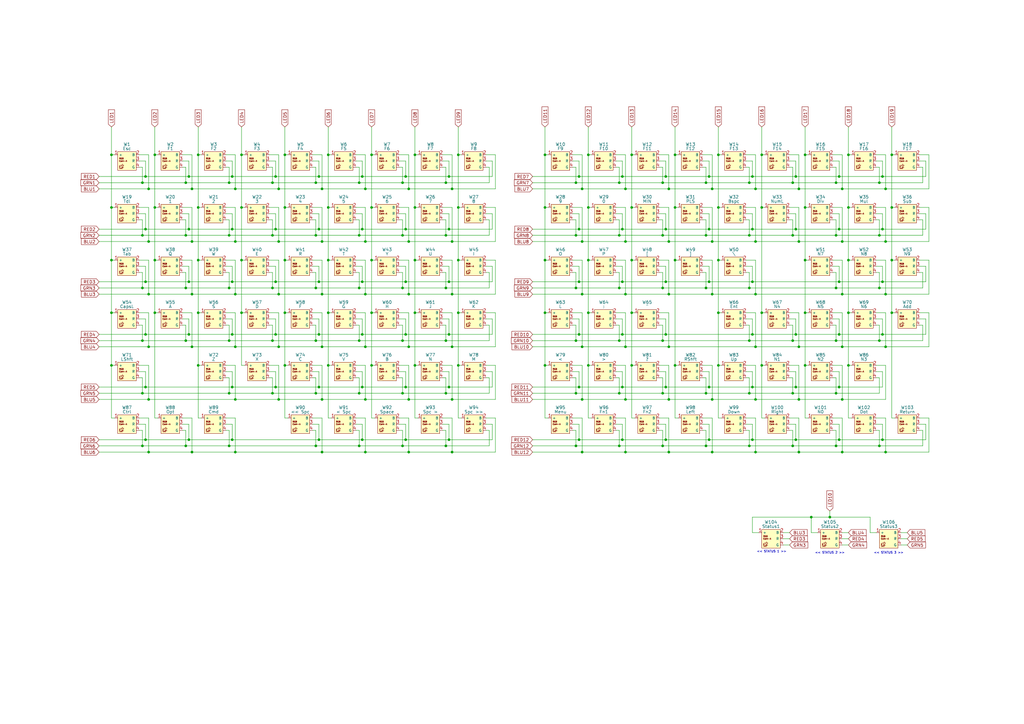
<source format=kicad_sch>
(kicad_sch (version 20250114) (generator "eeschema") (generator_version "9.0")
  (paper "A3")
  (text "<< STATUS 2 >>" (at 340.36 226.822 0) (effects (font (size 0.889 0.889))))
  (text "<< STATUS 1 >>" (at 316.484 226.314 0) (effects (font (size 0.889 0.889))))
  (text "<< STATUS 3 >>" (at 364.49 226.822 0) (effects (font (size 0.889 0.889))))
  (junction (at 292.1 120.65))
  (junction (at 132.08 99.06))
  (junction (at 77.47 137.16))
  (junction (at 81.28 85.09))
  (junction (at 170.18 149.86))
  (junction (at 58.42 118.11))
  (junction (at 147.32 96.52))
  (junction (at 325.12 161.29))
  (junction (at 165.1 96.52))
  (junction (at 96.52 163.83))
  (junction (at 363.22 120.65))
  (junction (at 361.95 115.57))
  (junction (at 113.03 72.39))
  (junction (at 165.1 161.29))
  (junction (at 58.42 74.93))
  (junction (at 325.12 139.7))
  (junction (at 63.5 85.09))
  (junction (at 58.42 161.29))
  (junction (at 170.18 85.09))
  (junction (at 327.66 77.47))
  (junction (at 223.52 63.5))
  (junction (at 63.5 128.27))
  (junction (at 290.83 115.57))
  (junction (at 60.96 99.06))
  (junction (at 344.17 93.98))
  (junction (at 327.66 142.24))
  (junction (at 342.9 139.7))
  (junction (at 149.86 77.47))
  (junction (at 237.49 180.34))
  (junction (at 59.69 93.98))
  (junction (at 307.34 182.88))
  (junction (at 167.64 77.47))
  (junction (at 185.42 142.24))
  (junction (at 326.39 93.98))
  (junction (at 185.42 120.65))
  (junction (at 273.05 93.98))
  (junction (at 237.49 137.16))
  (junction (at 96.52 120.65))
  (junction (at 134.62 85.09))
  (junction (at 130.81 158.75))
  (junction (at 149.86 163.83))
  (junction (at 309.88 77.47))
  (junction (at 223.52 149.86))
  (junction (at 134.62 106.68))
  (junction (at 132.08 120.65))
  (junction (at 187.96 63.5))
  (junction (at 182.88 118.11))
  (junction (at 276.86 63.5))
  (junction (at 327.66 99.06))
  (junction (at 81.28 63.5))
  (junction (at 187.96 128.27))
  (junction (at 167.64 163.83))
  (junction (at 114.3 142.24))
  (junction (at 290.83 93.98))
  (junction (at 361.95 72.39))
  (junction (at 342.9 118.11))
  (junction (at 76.2 139.7))
  (junction (at 292.1 185.42))
  (junction (at 116.84 85.09))
  (junction (at 365.76 128.27))
  (junction (at 184.15 158.75))
  (junction (at 77.47 72.39))
  (junction (at 81.28 149.86))
  (junction (at 289.56 74.93))
  (junction (at 360.68 139.7))
  (junction (at 342.9 74.93))
  (junction (at 148.59 115.57))
  (junction (at 241.3 128.27))
  (junction (at 238.76 77.47))
  (junction (at 59.69 115.57))
  (junction (at 330.2 149.86))
  (junction (at 308.61 180.34))
  (junction (at 330.2 106.68))
  (junction (at 294.64 63.5))
  (junction (at 312.42 149.86))
  (junction (at 308.61 93.98))
  (junction (at 238.76 142.24))
  (junction (at 147.32 139.7))
  (junction (at 165.1 74.93))
  (junction (at 254 161.29))
  (junction (at 256.54 77.47))
  (junction (at 113.03 115.57))
  (junction (at 344.17 158.75))
  (junction (at 255.27 137.16))
  (junction (at 60.96 77.47))
  (junction (at 361.95 137.16))
  (junction (at 344.17 72.39))
  (junction (at 345.44 163.83))
  (junction (at 170.18 106.68))
  (junction (at 149.86 120.65))
  (junction (at 347.98 85.09))
  (junction (at 60.96 142.24))
  (junction (at 113.03 158.75))
  (junction (at 129.54 139.7))
  (junction (at 132.08 142.24))
  (junction (at 241.3 63.5))
  (junction (at 307.34 118.11))
  (junction (at 365.76 63.5))
  (junction (at 152.4 128.27))
  (junction (at 237.49 72.39))
  (junction (at 308.61 115.57))
  (junction (at 289.56 161.29))
  (junction (at 309.88 185.42))
  (junction (at 255.27 158.75))
  (junction (at 340.36 212.09))
  (junction (at 360.68 74.93))
  (junction (at 307.34 139.7))
  (junction (at 148.59 93.98))
  (junction (at 166.37 137.16))
  (junction (at 292.1 99.06))
  (junction (at 271.78 74.93))
  (junction (at 129.54 74.93))
  (junction (at 96.52 99.06))
  (junction (at 132.08 77.47))
  (junction (at 271.78 161.29))
  (junction (at 344.17 137.16))
  (junction (at 152.4 106.68))
  (junction (at 255.27 93.98))
  (junction (at 134.62 128.27))
  (junction (at 276.86 149.86))
  (junction (at 167.64 185.42))
  (junction (at 59.69 180.34))
  (junction (at 147.32 74.93))
  (junction (at 294.64 128.27))
  (junction (at 223.52 128.27))
  (junction (at 345.44 142.24))
  (junction (at 130.81 180.34))
  (junction (at 236.22 118.11))
  (junction (at 254 96.52))
  (junction (at 237.49 93.98))
  (junction (at 130.81 137.16))
  (junction (at 185.42 99.06))
  (junction (at 360.68 182.88))
  (junction (at 166.37 115.57))
  (junction (at 129.54 161.29))
  (junction (at 59.69 158.75))
  (junction (at 365.76 106.68))
  (junction (at 166.37 158.75))
  (junction (at 76.2 182.88))
  (junction (at 307.34 96.52))
  (junction (at 130.81 72.39))
  (junction (at 238.76 185.42))
  (junction (at 238.76 163.83))
  (junction (at 184.15 93.98))
  (junction (at 96.52 185.42))
  (junction (at 114.3 99.06))
  (junction (at 185.42 185.42))
  (junction (at 45.72 128.27))
  (junction (at 149.86 185.42))
  (junction (at 187.96 106.68))
  (junction (at 326.39 137.16))
  (junction (at 148.59 180.34))
  (junction (at 236.22 96.52))
  (junction (at 271.78 139.7))
  (junction (at 78.74 185.42))
  (junction (at 95.25 72.39))
  (junction (at 130.81 115.57))
  (junction (at 254 74.93))
  (junction (at 273.05 115.57))
  (junction (at 60.96 120.65))
  (junction (at 63.5 106.68))
  (junction (at 289.56 182.88))
  (junction (at 344.17 115.57))
  (junction (at 78.74 99.06))
  (junction (at 116.84 128.27))
  (junction (at 165.1 139.7))
  (junction (at 165.1 118.11))
  (junction (at 60.96 185.42))
  (junction (at 95.25 115.57))
  (junction (at 184.15 72.39))
  (junction (at 113.03 93.98))
  (junction (at 271.78 118.11))
  (junction (at 129.54 182.88))
  (junction (at 342.9 182.88))
  (junction (at 365.76 85.09))
  (junction (at 223.52 106.68))
  (junction (at 342.9 96.52))
  (junction (at 182.88 139.7))
  (junction (at 276.86 106.68))
  (junction (at 111.76 74.93))
  (junction (at 45.72 63.5))
  (junction (at 274.32 99.06))
  (junction (at 132.08 163.83))
  (junction (at 147.32 118.11))
  (junction (at 166.37 72.39))
  (junction (at 290.83 180.34))
  (junction (at 254 139.7))
  (junction (at 237.49 158.75))
  (junction (at 93.98 182.88))
  (junction (at 81.28 106.68))
  (junction (at 236.22 182.88))
  (junction (at 165.1 182.88))
  (junction (at 326.39 158.75))
  (junction (at 99.06 85.09))
  (junction (at 184.15 180.34))
  (junction (at 347.98 106.68))
  (junction (at 273.05 158.75))
  (junction (at 148.59 158.75))
  (junction (at 309.88 142.24))
  (junction (at 256.54 185.42))
  (junction (at 237.49 115.57))
  (junction (at 308.61 158.75))
  (junction (at 147.32 182.88))
  (junction (at 45.72 149.86))
  (junction (at 111.76 139.7))
  (junction (at 93.98 161.29))
  (junction (at 330.2 128.27))
  (junction (at 241.3 106.68))
  (junction (at 259.08 63.5))
  (junction (at 256.54 120.65))
  (junction (at 58.42 182.88))
  (junction (at 345.44 99.06))
  (junction (at 238.76 99.06))
  (junction (at 271.78 182.88))
  (junction (at 187.96 149.86))
  (junction (at 77.47 115.57))
  (junction (at 327.66 185.42))
  (junction (at 81.28 128.27))
  (junction (at 274.32 163.83))
  (junction (at 114.3 163.83))
  (junction (at 238.76 120.65))
  (junction (at 99.06 128.27))
  (junction (at 148.59 72.39))
  (junction (at 45.72 106.68))
  (junction (at 134.62 63.5))
  (junction (at 308.61 137.16))
  (junction (at 147.32 161.29))
  (junction (at 294.64 149.86))
  (junction (at 363.22 142.24))
  (junction (at 113.03 137.16))
  (junction (at 152.4 63.5))
  (junction (at 78.74 77.47))
  (junction (at 273.05 72.39))
  (junction (at 95.25 180.34))
  (junction (at 256.54 163.83))
  (junction (at 95.25 137.16))
  (junction (at 255.27 180.34))
  (junction (at 187.96 85.09))
  (junction (at 182.88 74.93))
  (junction (at 259.08 85.09))
  (junction (at 325.12 74.93))
  (junction (at 312.42 85.09))
  (junction (at 312.42 128.27))
  (junction (at 342.9 161.29))
  (junction (at 271.78 96.52))
  (junction (at 60.96 163.83))
  (junction (at 185.42 77.47))
  (junction (at 58.42 96.52))
  (junction (at 290.83 72.39))
  (junction (at 182.88 96.52))
  (junction (at 76.2 96.52))
  (junction (at 111.76 161.29))
  (junction (at 274.32 120.65))
  (junction (at 134.62 149.86))
  (junction (at 294.64 85.09))
  (junction (at 166.37 93.98))
  (junction (at 78.74 120.65))
  (junction (at 363.22 185.42))
  (junction (at 95.25 93.98))
  (junction (at 167.64 142.24))
  (junction (at 130.81 93.98))
  (junction (at 274.32 77.47))
  (junction (at 149.86 99.06))
  (junction (at 59.69 137.16))
  (junction (at 307.34 74.93))
  (junction (at 345.44 120.65))
  (junction (at 292.1 77.47))
  (junction (at 96.52 142.24))
  (junction (at 170.18 128.27))
  (junction (at 236.22 74.93))
  (junction (at 129.54 118.11))
  (junction (at 93.98 74.93))
  (junction (at 289.56 118.11))
  (junction (at 345.44 185.42))
  (junction (at 241.3 149.86))
  (junction (at 273.05 180.34))
  (junction (at 361.95 180.34))
  (junction (at 308.61 72.39))
  (junction (at 360.68 118.11))
  (junction (at 241.3 85.09))
  (junction (at 256.54 99.06))
  (junction (at 259.08 149.86))
  (junction (at 149.86 142.24))
  (junction (at 273.05 137.16))
  (junction (at 347.98 63.5))
  (junction (at 363.22 77.47))
  (junction (at 111.76 118.11))
  (junction (at 182.88 182.88))
  (junction (at 223.52 85.09))
  (junction (at 325.12 96.52))
  (junction (at 170.18 63.5))
  (junction (at 182.88 161.29))
  (junction (at 347.98 149.86))
  (junction (at 259.08 106.68))
  (junction (at 347.98 128.27))
  (junction (at 77.47 93.98))
  (junction (at 63.5 63.5))
  (junction (at 309.88 163.83))
  (junction (at 255.27 72.39))
  (junction (at 95.25 158.75))
  (junction (at 256.54 142.24))
  (junction (at 116.84 149.86))
  (junction (at 129.54 96.52))
  (junction (at 259.08 128.27))
  (junction (at 148.59 137.16))
  (junction (at 345.44 77.47))
  (junction (at 96.52 77.47))
  (junction (at 274.32 142.24))
  (junction (at 99.06 106.68))
  (junction (at 292.1 163.83))
  (junction (at 254 182.88))
  (junction (at 152.4 149.86))
  (junction (at 360.68 96.52))
  (junction (at 289.56 96.52))
  (junction (at 76.2 118.11))
  (junction (at 332.74 212.09))
  (junction (at 116.84 63.5))
  (junction (at 77.47 180.34))
  (junction (at 93.98 96.52))
  (junction (at 344.17 180.34))
  (junction (at 167.64 99.06))
  (junction (at 255.27 115.57))
  (junction (at 114.3 120.65))
  (junction (at 114.3 77.47))
  (junction (at 184.15 137.16))
  (junction (at 45.72 85.09))
  (junction (at 309.88 120.65))
  (junction (at 185.42 163.83))
  (junction (at 111.76 96.52))
  (junction (at 59.69 72.39))
  (junction (at 327.66 163.83))
  (junction (at 274.32 185.42))
  (junction (at 330.2 63.5))
  (junction (at 132.08 185.42))
  (junction (at 326.39 72.39))
  (junction (at 76.2 74.93))
  (junction (at 294.64 106.68))
  (junction (at 78.74 142.24))
  (junction (at 309.88 99.06))
  (junction (at 99.06 63.5))
  (junction (at 330.2 85.09))
  (junction (at 93.98 118.11))
  (junction (at 326.39 180.34))
  (junction (at 276.86 85.09))
  (junction (at 152.4 85.09))
  (junction (at 166.37 180.34))
  (junction (at 312.42 63.5))
  (junction (at 116.84 106.68))
  (junction (at 93.98 139.7))
  (junction (at 167.64 120.65))
  (junction (at 290.83 158.75))
  (junction (at 184.15 115.57))
  (junction (at 236.22 139.7))
  (junction (at 236.22 161.29))
  (junction (at 307.34 161.29))
  (junction (at 325.12 182.88))
  (junction (at 58.42 139.7))
  (junction (at 254 118.11))
  (junction (at 361.95 93.98))
  (junction (at 363.22 99.06))
  (wire (pts (xy 153.67 128.27) (xy 152.4 128.27)))
  (wire (pts (xy 78.74 185.42) (xy 96.52 185.42)))
  (wire (pts (xy 114.3 120.65) (xy 132.08 120.65)))
  (wire (pts (xy 274.32 63.5) (xy 274.32 77.47)))
  (wire (pts (xy 166.37 158.75) (xy 184.15 158.75)))
  (wire (pts (xy 256.54 63.5) (xy 256.54 77.47)))
  (wire (pts (xy 238.76 85.09) (xy 238.76 99.06)))
  (wire (pts (xy 306.07 152.4) (xy 308.61 152.4)))
  (wire (pts (xy 132.08 85.09) (xy 132.08 99.06)))
  (wire (pts (xy 187.96 149.86) (xy 187.96 171.45)))
  (wire (pts (xy 294.64 149.86) (xy 294.64 171.45)))
  (wire (pts (xy 323.85 173.99) (xy 326.39 173.99)))
  (wire (pts (xy 167.64 142.24) (xy 185.42 142.24)))
  (wire (pts (xy 270.51 66.04) (xy 273.05 66.04)))
  (wire (pts (xy 360.68 182.88) (xy 378.46 182.88)))
  (wire (pts (xy 135.89 171.45) (xy 134.62 171.45)))
  (wire (pts (xy 236.22 182.88) (xy 254 182.88)))
  (wire (pts (xy 340.36 212.09) (xy 332.74 212.09)))
  (wire (pts (xy 255.27 173.99) (xy 255.27 180.34)))
  (wire (pts (xy 340.36 212.09) (xy 356.87 212.09)))
  (wire (pts (xy 149.86 163.83) (xy 167.64 163.83)))
  (wire (pts (xy 128.27 133.35) (xy 129.54 133.35)))
  (wire (pts (xy 147.32 182.88) (xy 165.1 182.88)))
  (wire (pts (xy 63.5 63.5) (xy 63.5 85.09)))
  (wire (pts (xy 181.61 85.09) (xy 185.42 85.09)))
  (wire (pts (xy 223.52 149.86) (xy 223.52 171.45)))
  (wire (pts (xy 135.89 63.5) (xy 134.62 63.5)))
  (wire (pts (xy 170.18 85.09) (xy 170.18 106.68)))
  (wire (pts (xy 252.73 68.58) (xy 254 68.58)))
  (wire (pts (xy 57.15 176.53) (xy 58.42 176.53)))
  (wire (pts (xy 110.49 154.94) (xy 111.76 154.94)))
  (wire (pts (xy 238.76 149.86) (xy 238.76 163.83)))
  (wire (pts (xy 64.77 106.68) (xy 63.5 106.68)))
  (wire (pts (xy 378.46 133.35) (xy 377.19 133.35)))
  (wire (pts (xy 167.64 63.5) (xy 167.64 77.47)))
  (wire (pts (xy 111.76 133.35) (xy 111.76 139.7)))
  (wire (pts (xy 146.05 171.45) (xy 149.86 171.45)))
  (wire (pts (xy 271.78 182.88) (xy 289.56 182.88)))
  (wire (pts (xy 379.73 93.98) (xy 379.73 87.63)))
  (wire (pts (xy 363.22 77.47) (xy 381 77.47)))
  (wire (pts (xy 344.17 109.22) (xy 344.17 115.57)))
  (wire (pts (xy 273.05 158.75) (xy 290.83 158.75)))
  (wire (pts (xy 118.11 128.27) (xy 116.84 128.27)))
  (wire (pts (xy 165.1 90.17) (xy 165.1 96.52)))
  (wire (pts (xy 110.49 85.09) (xy 114.3 85.09)))
  (wire (pts (xy 57.15 130.81) (xy 59.69 130.81)))
  (wire (pts (xy 149.86 85.09) (xy 149.86 99.06)))
  (wire (pts (xy 252.73 176.53) (xy 254 176.53)))
  (wire (pts (xy 199.39 109.22) (xy 201.93 109.22)))
  (wire (pts (xy 377.19 66.04) (xy 379.73 66.04)))
  (wire (pts (xy 273.05 87.63) (xy 273.05 93.98)))
  (wire (pts (xy 325.12 154.94) (xy 325.12 161.29)))
  (wire (pts (xy 290.83 109.22) (xy 290.83 115.57)))
  (wire (pts (xy 130.81 87.63) (xy 130.81 93.98)))
  (wire (pts (xy 295.91 63.5) (xy 294.64 63.5)))
  (wire (pts (xy 378.46 118.11) (xy 378.46 111.76)))
  (wire (pts (xy 96.52 171.45) (xy 96.52 185.42)))
  (wire (pts (xy 81.28 52.07) (xy 81.28 63.5)))
  (wire (pts (xy 259.08 63.5) (xy 259.08 85.09)))
  (wire (pts (xy 132.08 120.65) (xy 149.86 120.65)))
  (wire (pts (xy 323.85 171.45) (xy 327.66 171.45)))
  (wire (pts (xy 306.07 111.76) (xy 307.34 111.76)))
  (wire (pts (xy 308.61 152.4) (xy 308.61 158.75)))
  (wire (pts (xy 290.83 72.39) (xy 308.61 72.39)))
  (wire (pts (xy 276.86 52.07) (xy 276.86 63.5)))
  (wire (pts (xy 96.52 106.68) (xy 96.52 120.65)))
  (wire (pts (xy 40.64 182.88) (xy 58.42 182.88)))
  (wire (pts (xy 110.49 111.76) (xy 111.76 111.76)))
  (wire (pts (xy 326.39 173.99) (xy 326.39 180.34)))
  (wire (pts (xy 323.85 149.86) (xy 327.66 149.86)))
  (wire (pts (xy 309.88 106.68) (xy 309.88 120.65)))
  (wire (pts (xy 167.64 171.45) (xy 167.64 185.42)))
  (wire (pts (xy 100.33 128.27) (xy 99.06 128.27)))
  (wire (pts (xy 223.52 85.09) (xy 224.79 85.09)))
  (wire (pts (xy 40.64 96.52) (xy 58.42 96.52)))
  (wire (pts (xy 130.81 115.57) (xy 148.59 115.57)))
  (wire (pts (xy 128.27 130.81) (xy 130.81 130.81)))
  (wire (pts (xy 149.86 171.45) (xy 149.86 185.42)))
  (wire (pts (xy 345.44 223.52) (xy 347.98 223.52)))
  (wire (pts (xy 182.88 68.58) (xy 182.88 74.93)))
  (wire (pts (xy 367.03 63.5) (xy 365.76 63.5)))
  (wire (pts (xy 270.51 176.53) (xy 271.78 176.53)))
  (wire (pts (xy 271.78 96.52) (xy 289.56 96.52)))
  (wire (pts (xy 345.44 99.06) (xy 363.22 99.06)))
  (wire (pts (xy 60.96 77.47) (xy 78.74 77.47)))
  (wire (pts (xy 203.2 63.5) (xy 199.39 63.5)))
  (wire (pts (xy 166.37 109.22) (xy 166.37 115.57)))
  (wire (pts (xy 237.49 173.99) (xy 237.49 180.34)))
  (wire (pts (xy 165.1 176.53) (xy 165.1 182.88)))
  (wire (pts (xy 152.4 128.27) (xy 152.4 106.68)))
  (wire (pts (xy 113.03 130.81) (xy 113.03 137.16)))
  (wire (pts (xy 292.1 120.65) (xy 309.88 120.65)))
  (wire (pts (xy 201.93 180.34) (xy 201.93 173.99)))
  (wire (pts (xy 330.2 52.07) (xy 330.2 63.5)))
  (wire (pts (xy 146.05 149.86) (xy 149.86 149.86)))
  (wire (pts (xy 148.59 72.39) (xy 166.37 72.39)))
  (wire (pts (xy 82.55 63.5) (xy 81.28 63.5)))
  (wire (pts (xy 381 128.27) (xy 377.19 128.27)))
  (wire (pts (xy 184.15 152.4) (xy 184.15 158.75)))
  (wire (pts (xy 149.86 142.24) (xy 167.64 142.24)))
  (wire (pts (xy 289.56 161.29) (xy 307.34 161.29)))
  (wire (pts (xy 306.07 106.68) (xy 309.88 106.68)))
  (wire (pts (xy 331.47 63.5) (xy 330.2 63.5)))
  (wire (pts (xy 237.49 137.16) (xy 255.27 137.16)))
  (wire (pts (xy 185.42 120.65) (xy 203.2 120.65)))
  (wire (pts (xy 252.73 63.5) (xy 256.54 63.5)))
  (wire (pts (xy 308.61 72.39) (xy 326.39 72.39)))
  (wire (pts (xy 271.78 118.11) (xy 289.56 118.11)))
  (wire (pts (xy 378.46 139.7) (xy 378.46 133.35)))
  (wire (pts (xy 273.05 115.57) (xy 290.83 115.57)))
  (wire (pts (xy 341.63 128.27) (xy 345.44 128.27)))
  (wire (pts (xy 236.22 96.52) (xy 254 96.52)))
  (wire (pts (xy 236.22 161.29) (xy 254 161.29)))
  (wire (pts (xy 182.88 111.76) (xy 182.88 118.11)))
  (wire (pts (xy 95.25 115.57) (xy 113.03 115.57)))
  (wire (pts (xy 200.66 68.58) (xy 199.39 68.58)))
  (wire (pts (xy 93.98 74.93) (xy 111.76 74.93)))
  (wire (pts (xy 365.76 106.68) (xy 365.76 128.27)))
  (wire (pts (xy 146.05 173.99) (xy 148.59 173.99)))
  (wire (pts (xy 96.52 77.47) (xy 114.3 77.47)))
  (wire (pts (xy 167.64 77.47) (xy 185.42 77.47)))
  (wire (pts (xy 110.49 63.5) (xy 114.3 63.5)))
  (wire (pts (xy 146.05 90.17) (xy 147.32 90.17)))
  (wire (pts (xy 323.85 154.94) (xy 325.12 154.94)))
  (wire (pts (xy 60.96 120.65) (xy 78.74 120.65)))
  (wire (pts (xy 326.39 72.39) (xy 344.17 72.39)))
  (wire (pts (xy 256.54 120.65) (xy 274.32 120.65)))
  (wire (pts (xy 256.54 85.09) (xy 256.54 99.06)))
  (wire (pts (xy 132.08 149.86) (xy 132.08 163.83)))
  (wire (pts (xy 59.69 137.16) (xy 77.47 137.16)))
  (wire (pts (xy 237.49 109.22) (xy 237.49 115.57)))
  (wire (pts (xy 342.9 133.35) (xy 342.9 139.7)))
  (wire (pts (xy 308.61 87.63) (xy 308.61 93.98)))
  (wire (pts (xy 81.28 128.27) (xy 81.28 149.86)))
  (wire (pts (xy 132.08 99.06) (xy 149.86 99.06)))
  (wire (pts (xy 184.15 87.63) (xy 184.15 93.98)))
  (wire (pts (xy 163.83 63.5) (xy 167.64 63.5)))
  (wire (pts (xy 92.71 149.86) (xy 96.52 149.86)))
  (wire (pts (xy 241.3 149.86) (xy 241.3 171.45)))
  (wire (pts (xy 379.73 180.34) (xy 379.73 173.99)))
  (wire (pts (xy 163.83 173.99) (xy 166.37 173.99)))
  (wire (pts (xy 271.78 68.58) (xy 271.78 74.93)))
  (wire (pts (xy 163.83 128.27) (xy 167.64 128.27)))
  (wire (pts (xy 218.44 77.47) (xy 238.76 77.47)))
  (wire (pts (xy 290.83 158.75) (xy 308.61 158.75)))
  (wire (pts (xy 361.95 66.04) (xy 361.95 72.39)))
  (wire (pts (xy 331.47 85.09) (xy 330.2 85.09)))
  (wire (pts (xy 252.73 149.86) (xy 256.54 149.86)))
  (wire (pts (xy 184.15 180.34) (xy 201.93 180.34)))
  (wire (pts (xy 74.93 68.58) (xy 76.2 68.58)))
  (wire (pts (xy 363.22 85.09) (xy 363.22 99.06)))
  (wire (pts (xy 288.29 63.5) (xy 292.1 63.5)))
  (wire (pts (xy 290.83 66.04) (xy 290.83 72.39)))
  (wire (pts (xy 111.76 111.76) (xy 111.76 118.11)))
  (wire (pts (xy 363.22 142.24) (xy 381 142.24)))
  (wire (pts (xy 96.52 142.24) (xy 114.3 142.24)))
  (wire (pts (xy 218.44 118.11) (xy 236.22 118.11)))
  (wire (pts (xy 273.05 180.34) (xy 290.83 180.34)))
  (wire (pts (xy 187.96 85.09) (xy 187.96 106.68)))
  (wire (pts (xy 365.76 52.07) (xy 365.76 63.5)))
  (wire (pts (xy 99.06 63.5) (xy 99.06 85.09)))
  (wire (pts (xy 77.47 173.99) (xy 77.47 180.34)))
  (wire (pts (xy 57.15 149.86) (xy 60.96 149.86)))
  (wire (pts (xy 288.29 87.63) (xy 290.83 87.63)))
  (wire (pts (xy 149.86 120.65) (xy 167.64 120.65)))
  (wire (pts (xy 252.73 171.45) (xy 256.54 171.45)))
  (wire (pts (xy 184.15 130.81) (xy 184.15 137.16)))
  (wire (pts (xy 223.52 128.27) (xy 223.52 149.86)))
  (wire (pts (xy 349.25 149.86) (xy 347.98 149.86)))
  (wire (pts (xy 110.49 68.58) (xy 111.76 68.58)))
  (wire (pts (xy 40.64 93.98) (xy 59.69 93.98)))
  (wire (pts (xy 361.95 173.99) (xy 361.95 180.34)))
  (wire (pts (xy 342.9 96.52) (xy 360.68 96.52)))
  (wire (pts (xy 129.54 96.52) (xy 147.32 96.52)))
  (wire (pts (xy 46.99 63.5) (xy 45.72 63.5)))
  (wire (pts (xy 252.73 106.68) (xy 256.54 106.68)))
  (wire (pts (xy 184.15 173.99) (xy 184.15 180.34)))
  (wire (pts (xy 81.28 63.5) (xy 81.28 85.09)))
  (wire (pts (xy 134.62 85.09) (xy 134.62 106.68)))
  (wire (pts (xy 342.9 68.58) (xy 342.9 74.93)))
  (wire (pts (xy 203.2 171.45) (xy 199.39 171.45)))
  (wire (pts (xy 128.27 66.04) (xy 130.81 66.04)))
  (wire (pts (xy 135.89 85.09) (xy 134.62 85.09)))
  (wire (pts (xy 270.51 171.45) (xy 274.32 171.45)))
  (wire (pts (xy 365.76 128.27) (xy 365.76 171.45)))
  (wire (pts (xy 92.71 63.5) (xy 96.52 63.5)))
  (wire (pts (xy 345.44 128.27) (xy 345.44 142.24)))
  (wire (pts (xy 274.32 149.86) (xy 274.32 163.83)))
  (wire (pts (xy 360.68 90.17) (xy 360.68 96.52)))
  (wire (pts (xy 74.93 87.63) (xy 77.47 87.63)))
  (wire (pts (xy 146.05 109.22) (xy 148.59 109.22)))
  (wire (pts (xy 110.49 130.81) (xy 113.03 130.81)))
  (wire (pts (xy 278.13 106.68) (xy 276.86 106.68)))
  (wire (pts (xy 134.62 63.5) (xy 134.62 85.09)))
  (wire (pts (xy 306.07 68.58) (xy 307.34 68.58)))
  (wire (pts (xy 96.52 99.06) (xy 114.3 99.06)))
  (wire (pts (xy 146.05 85.09) (xy 149.86 85.09)))
  (wire (pts (xy 129.54 176.53) (xy 129.54 182.88)))
  (wire (pts (xy 270.51 152.4) (xy 273.05 152.4)))
  (wire (pts (xy 152.4 128.27) (xy 152.4 149.86)))
  (wire (pts (xy 182.88 154.94) (xy 182.88 161.29)))
  (wire (pts (xy 342.9 182.88) (xy 360.68 182.88)))
  (wire (pts (xy 148.59 152.4) (xy 148.59 158.75)))
  (wire (pts (xy 378.46 68.58) (xy 377.19 68.58)))
  (wire (pts (xy 74.93 90.17) (xy 76.2 90.17)))
  (wire (pts (xy 165.1 161.29) (xy 182.88 161.29)))
  (wire (pts (xy 93.98 133.35) (xy 93.98 139.7)))
  (wire (pts (xy 234.95 173.99) (xy 237.49 173.99)))
  (wire (pts (xy 166.37 115.57) (xy 184.15 115.57)))
  (wire (pts (xy 74.93 109.22) (xy 77.47 109.22)))
  (wire (pts (xy 273.05 72.39) (xy 290.83 72.39)))
  (wire (pts (xy 359.41 66.04) (xy 361.95 66.04)))
  (wire (pts (xy 306.07 154.94) (xy 307.34 154.94)))
  (wire (pts (xy 327.66 149.86) (xy 327.66 163.83)))
  (wire (pts (xy 59.69 66.04) (xy 59.69 72.39)))
  (wire (pts (xy 234.95 152.4) (xy 237.49 152.4)))
  (wire (pts (xy 359.41 176.53) (xy 360.68 176.53)))
  (wire (pts (xy 135.89 106.68) (xy 134.62 106.68)))
  (wire (pts (xy 135.89 149.86) (xy 134.62 149.86)))
  (wire (pts (xy 359.41 171.45) (xy 363.22 171.45)))
  (wire (pts (xy 40.64 139.7) (xy 58.42 139.7)))
  (wire (pts (xy 236.22 68.58) (xy 236.22 74.93)))
  (wire (pts (xy 234.95 176.53) (xy 236.22 176.53)))
  (wire (pts (xy 361.95 109.22) (xy 361.95 115.57)))
  (wire (pts (xy 163.83 66.04) (xy 166.37 66.04)))
  (wire (pts (xy 255.27 72.39) (xy 273.05 72.39)))
  (wire (pts (xy 241.3 52.07) (xy 241.3 63.5)))
  (wire (pts (xy 152.4 106.68) (xy 153.67 106.68)))
  (wire (pts (xy 82.55 149.86) (xy 81.28 149.86)))
  (wire (pts (xy 323.85 133.35) (xy 325.12 133.35)))
  (wire (pts (xy 289.56 118.11) (xy 307.34 118.11)))
  (wire (pts (xy 256.54 171.45) (xy 256.54 185.42)))
  (wire (pts (xy 184.15 72.39) (xy 201.93 72.39)))
  (wire (pts (xy 342.9 176.53) (xy 342.9 182.88)))
  (wire (pts (xy 113.03 87.63) (xy 113.03 93.98)))
  (wire (pts (xy 57.15 66.04) (xy 59.69 66.04)))
  (wire (pts (xy 359.41 111.76) (xy 360.68 111.76)))
  (wire (pts (xy 184.15 93.98) (xy 201.93 93.98)))
  (wire (pts (xy 256.54 185.42) (xy 274.32 185.42)))
  (wire (pts (xy 307.34 68.58) (xy 307.34 74.93)))
  (wire (pts (xy 128.27 149.86) (xy 132.08 149.86)))
  (wire (pts (xy 270.51 109.22) (xy 273.05 109.22)))
  (wire (pts (xy 274.32 77.47) (xy 292.1 77.47)))
  (wire (pts (xy 361.95 115.57) (xy 379.73 115.57)))
  (wire (pts (xy 234.95 149.86) (xy 238.76 149.86)))
  (wire (pts (xy 330.2 128.27) (xy 330.2 149.86)))
  (wire (pts (xy 59.69 158.75) (xy 95.25 158.75)))
  (wire (pts (xy 78.74 171.45) (xy 78.74 185.42)))
  (wire (pts (xy 182.88 182.88) (xy 200.66 182.88)))
  (wire (pts (xy 40.64 74.93) (xy 58.42 74.93)))
  (wire (pts (xy 306.07 66.04) (xy 308.61 66.04)))
  (wire (pts (xy 99.06 52.07) (xy 99.06 63.5)))
  (wire (pts (xy 259.08 85.09) (xy 259.08 106.68)))
  (wire (pts (xy 237.49 130.81) (xy 237.49 137.16)))
  (wire (pts (xy 359.41 109.22) (xy 361.95 109.22)))
  (wire (pts (xy 163.83 106.68) (xy 167.64 106.68)))
  (wire (pts (xy 327.66 99.06) (xy 345.44 99.06)))
  (wire (pts (xy 341.63 130.81) (xy 344.17 130.81)))
  (wire (pts (xy 323.85 66.04) (xy 326.39 66.04)))
  (wire (pts (xy 64.77 63.5) (xy 63.5 63.5)))
  (wire (pts (xy 270.51 90.17) (xy 271.78 90.17)))
  (wire (pts (xy 93.98 176.53) (xy 93.98 182.88)))
  (wire (pts (xy 95.25 180.34) (xy 130.81 180.34)))
  (wire (pts (xy 60.96 99.06) (xy 78.74 99.06)))
  (wire (pts (xy 60.96 128.27) (xy 60.96 142.24)))
  (wire (pts (xy 256.54 149.86) (xy 256.54 163.83)))
  (wire (pts (xy 295.91 106.68) (xy 294.64 106.68)))
  (wire (pts (xy 238.76 185.42) (xy 256.54 185.42)))
  (wire (pts (xy 146.05 87.63) (xy 148.59 87.63)))
  (wire (pts (xy 110.49 66.04) (xy 113.03 66.04)))
  (wire (pts (xy 200.66 139.7) (xy 200.66 133.35)))
  (wire (pts (xy 181.61 154.94) (xy 182.88 154.94)))
  (wire (pts (xy 345.44 120.65) (xy 363.22 120.65)))
  (wire (pts (xy 238.76 120.65) (xy 256.54 120.65)))
  (wire (pts (xy 347.98 149.86) (xy 347.98 171.45)))
  (wire (pts (xy 167.64 128.27) (xy 167.64 142.24)))
  (wire (pts (xy 59.69 87.63) (xy 59.69 93.98)))
  (wire (pts (xy 149.86 106.68) (xy 149.86 120.65)))
  (wire (pts (xy 166.37 72.39) (xy 184.15 72.39)))
  (wire (pts (xy 114.3 77.47) (xy 132.08 77.47)))
  (wire (pts (xy 327.66 185.42) (xy 345.44 185.42)))
  (wire (pts (xy 74.93 176.53) (xy 76.2 176.53)))
  (wire (pts (xy 116.84 52.07) (xy 116.84 63.5)))
  (wire (pts (xy 77.47 137.16) (xy 95.25 137.16)))
  (wire (pts (xy 234.95 63.5) (xy 238.76 63.5)))
  (wire (pts (xy 345.44 142.24) (xy 363.22 142.24)))
  (wire (pts (xy 153.67 85.09) (xy 152.4 85.09)))
  (wire (pts (xy 167.64 106.68) (xy 167.64 120.65)))
  (wire (pts (xy 40.64 161.29) (xy 58.42 161.29)))
  (wire (pts (xy 254 133.35) (xy 254 139.7)))
  (wire (pts (xy 255.27 152.4) (xy 255.27 158.75)))
  (wire (pts (xy 45.72 85.09) (xy 45.72 106.68)))
  (wire (pts (xy 189.23 149.86) (xy 187.96 149.86)))
  (wire (pts (xy 132.08 63.5) (xy 132.08 77.47)))
  (wire (pts (xy 252.73 154.94) (xy 254 154.94)))
  (wire (pts (xy 306.07 173.99) (xy 308.61 173.99)))
  (wire (pts (xy 359.41 106.68) (xy 363.22 106.68)))
  (wire (pts (xy 148.59 115.57) (xy 166.37 115.57)))
  (wire (pts (xy 95.25 66.04) (xy 95.25 72.39)))
  (wire (pts (xy 361.95 152.4) (xy 361.95 158.75)))
  (wire (pts (xy 165.1 182.88) (xy 182.88 182.88)))
  (wire (pts (xy 78.74 63.5) (xy 78.74 77.47)))
  (wire (pts (xy 273.05 137.16) (xy 308.61 137.16)))
  (wire (pts (xy 295.91 149.86) (xy 294.64 149.86)))
  (wire (pts (xy 218.44 158.75) (xy 237.49 158.75)))
  (wire (pts (xy 273.05 93.98) (xy 290.83 93.98)))
  (wire (pts (xy 167.64 185.42) (xy 185.42 185.42)))
  (wire (pts (xy 381 99.06) (xy 381 85.09)))
  (wire (pts (xy 252.73 87.63) (xy 255.27 87.63)))
  (wire (pts (xy 146.05 106.68) (xy 149.86 106.68)))
  (wire (pts (xy 341.63 63.5) (xy 345.44 63.5)))
  (wire (pts (xy 273.05 130.81) (xy 273.05 137.16)))
  (wire (pts (xy 363.22 171.45) (xy 363.22 185.42)))
  (wire (pts (xy 147.32 139.7) (xy 165.1 139.7)))
  (wire (pts (xy 147.32 68.58) (xy 147.32 74.93)))
  (wire (pts (xy 129.54 154.94) (xy 129.54 161.29)))
  (wire (pts (xy 92.71 90.17) (xy 93.98 90.17)))
  (wire (pts (xy 325.12 133.35) (xy 325.12 139.7)))
  (wire (pts (xy 189.23 63.5) (xy 187.96 63.5)))
  (wire (pts (xy 342.9 161.29) (xy 360.68 161.29)))
  (wire (pts (xy 218.44 74.93) (xy 236.22 74.93)))
  (wire (pts (xy 238.76 142.24) (xy 256.54 142.24)))
  (wire (pts (xy 254 68.58) (xy 254 74.93)))
  (wire (pts (xy 165.1 68.58) (xy 165.1 74.93)))
  (wire (pts (xy 147.32 154.94) (xy 147.32 161.29)))
  (wire (pts (xy 118.11 85.09) (xy 116.84 85.09)))
  (wire (pts (xy 152.4 63.5) (xy 152.4 85.09)))
  (wire (pts (xy 77.47 87.63) (xy 77.47 93.98)))
  (wire (pts (xy 166.37 93.98) (xy 184.15 93.98)))
  (wire (pts (xy 111.76 161.29) (xy 129.54 161.29)))
  (wire (pts (xy 218.44 72.39) (xy 237.49 72.39)))
  (wire (pts (xy 363.22 120.65) (xy 381 120.65)))
  (wire (pts (xy 271.78 74.93) (xy 289.56 74.93)))
  (wire (pts (xy 288.29 90.17) (xy 289.56 90.17)))
  (wire (pts (xy 234.95 154.94) (xy 236.22 154.94)))
  (wire (pts (xy 307.34 176.53) (xy 307.34 182.88)))
  (wire (pts (xy 294.64 63.5) (xy 294.64 85.09)))
  (wire (pts (xy 58.42 90.17) (xy 58.42 96.52)))
  (wire (pts (xy 95.25 109.22) (xy 95.25 115.57)))
  (wire (pts (xy 381 171.45) (xy 377.19 171.45)))
  (wire (pts (xy 259.08 128.27) (xy 259.08 149.86)))
  (wire (pts (xy 163.83 154.94) (xy 165.1 154.94)))
  (wire (pts (xy 58.42 111.76) (xy 58.42 118.11)))
  (wire (pts (xy 330.2 63.5) (xy 330.2 85.09)))
  (wire (pts (xy 74.93 111.76) (xy 76.2 111.76)))
  (wire (pts (xy 146.05 111.76) (xy 147.32 111.76)))
  (wire (pts (xy 323.85 68.58) (xy 325.12 68.58)))
  (wire (pts (xy 260.35 128.27) (xy 259.08 128.27)))
  (wire (pts (xy 189.23 106.68) (xy 187.96 106.68)))
  (wire (pts (xy 289.56 90.17) (xy 289.56 96.52)))
  (wire (pts (xy 306.07 85.09) (xy 309.88 85.09)))
  (wire (pts (xy 254 118.11) (xy 271.78 118.11)))
  (wire (pts (xy 309.88 120.65) (xy 345.44 120.65)))
  (wire (pts (xy 359.41 85.09) (xy 363.22 85.09)))
  (wire (pts (xy 241.3 128.27) (xy 241.3 149.86)))
  (wire (pts (xy 381 120.65) (xy 381 106.68)))
  (wire (pts (xy 147.32 133.35) (xy 147.32 139.7)))
  (wire (pts (xy 57.15 171.45) (xy 60.96 171.45)))
  (wire (pts (xy 290.83 152.4) (xy 290.83 158.75)))
  (wire (pts (xy 64.77 85.09) (xy 63.5 85.09)))
  (wire (pts (xy 201.93 72.39) (xy 201.93 66.04)))
  (wire (pts (xy 128.27 152.4) (xy 130.81 152.4)))
  (wire (pts (xy 199.39 152.4) (xy 201.93 152.4)))
  (wire (pts (xy 234.95 111.76) (xy 236.22 111.76)))
  (wire (pts (xy 237.49 152.4) (xy 237.49 158.75)))
  (wire (pts (xy 379.73 72.39) (xy 379.73 66.04)))
  (wire (pts (xy 359.41 90.17) (xy 360.68 90.17)))
  (wire (pts (xy 349.25 128.27) (xy 347.98 128.27)))
  (wire (pts (xy 147.32 161.29) (xy 165.1 161.29)))
  (wire (pts (xy 325.12 161.29) (xy 342.9 161.29)))
  (wire (pts (xy 381 77.47) (xy 381 63.5)))
  (wire (pts (xy 274.32 128.27) (xy 274.32 142.24)))
  (wire (pts (xy 163.83 176.53) (xy 165.1 176.53)))
  (wire (pts (xy 344.17 158.75) (xy 361.95 158.75)))
  (wire (pts (xy 182.88 96.52) (xy 200.66 96.52)))
  (wire (pts (xy 270.51 87.63) (xy 273.05 87.63)))
  (wire (pts (xy 321.31 218.44) (xy 323.85 218.44)))
  (wire (pts (xy 254 74.93) (xy 271.78 74.93)))
  (wire (pts (xy 363.22 149.86) (xy 363.22 163.83)))
  (wire (pts (xy 200.66 74.93) (xy 200.66 68.58)))
  (wire (pts (xy 260.35 63.5) (xy 259.08 63.5)))
  (wire (pts (xy 242.57 128.27) (xy 241.3 128.27)))
  (wire (pts (xy 116.84 63.5) (xy 116.84 85.09)))
  (wire (pts (xy 200.66 161.29) (xy 200.66 154.94)))
  (wire (pts (xy 359.41 149.86) (xy 363.22 149.86)))
  (wire (pts (xy 201.93 137.16) (xy 201.93 130.81)))
  (wire (pts (xy 93.98 90.17) (xy 93.98 96.52)))
  (wire (pts (xy 203.2 128.27) (xy 199.39 128.27)))
  (wire (pts (xy 223.52 149.86) (xy 224.79 149.86)))
  (wire (pts (xy 184.15 137.16) (xy 201.93 137.16)))
  (wire (pts (xy 110.49 133.35) (xy 111.76 133.35)))
  (wire (pts (xy 132.08 163.83) (xy 149.86 163.83)))
  (wire (pts (xy 313.69 85.09) (xy 312.42 85.09)))
  (wire (pts (xy 181.61 87.63) (xy 184.15 87.63)))
  (wire (pts (xy 327.66 85.09) (xy 327.66 99.06)))
  (wire (pts (xy 76.2 182.88) (xy 93.98 182.88)))
  (wire (pts (xy 254 139.7) (xy 271.78 139.7)))
  (wire (pts (xy 148.59 158.75) (xy 166.37 158.75)))
  (wire (pts (xy 77.47 109.22) (xy 77.47 115.57)))
  (wire (pts (xy 60.96 106.68) (xy 60.96 120.65)))
  (wire (pts (xy 341.63 173.99) (xy 344.17 173.99)))
  (wire (pts (xy 146.05 66.04) (xy 148.59 66.04)))
  (wire (pts (xy 60.96 171.45) (xy 60.96 185.42)))
  (wire (pts (xy 146.05 130.81) (xy 148.59 130.81)))
  (wire (pts (xy 185.42 77.47) (xy 203.2 77.47)))
  (wire (pts (xy 234.95 130.81) (xy 237.49 130.81)))
  (wire (pts (xy 255.27 130.81) (xy 255.27 137.16)))
  (wire (pts (xy 344.17 115.57) (xy 361.95 115.57)))
  (wire (pts (xy 292.1 163.83) (xy 309.88 163.83)))
  (wire (pts (xy 359.41 130.81) (xy 361.95 130.81)))
  (wire (pts (xy 289.56 96.52) (xy 307.34 96.52)))
  (wire (pts (xy 236.22 154.94) (xy 236.22 161.29)))
  (wire (pts (xy 260.35 85.09) (xy 259.08 85.09)))
  (wire (pts (xy 59.69 130.81) (xy 59.69 137.16)))
  (wire (pts (xy 341.63 87.63) (xy 344.17 87.63)))
  (wire (pts (xy 312.42 85.09) (xy 312.42 128.27)))
  (wire (pts (xy 40.64 180.34) (xy 59.69 180.34)))
  (wire (pts (xy 369.57 223.52) (xy 372.11 223.52)))
  (wire (pts (xy 312.42 149.86) (xy 312.42 171.45)))
  (wire (pts (xy 81.28 85.09) (xy 81.28 106.68)))
  (wire (pts (xy 181.61 63.5) (xy 185.42 63.5)))
  (wire (pts (xy 234.95 85.09) (xy 238.76 85.09)))
  (wire (pts (xy 363.22 99.06) (xy 381 99.06)))
  (wire (pts (xy 200.66 96.52) (xy 200.66 90.17)))
  (wire (pts (xy 129.54 118.11) (xy 147.32 118.11)))
  (wire (pts (xy 200.66 111.76) (xy 199.39 111.76)))
  (wire (pts (xy 276.86 149.86) (xy 278.13 149.86)))
  (wire (pts (xy 308.61 158.75) (xy 326.39 158.75)))
  (wire (pts (xy 74.93 173.99) (xy 77.47 173.99)))
  (wire (pts (xy 312.42 63.5) (xy 312.42 85.09)))
  (wire (pts (xy 360.68 118.11) (xy 378.46 118.11)))
  (wire (pts (xy 278.13 85.09) (xy 276.86 85.09)))
  (wire (pts (xy 185.42 163.83) (xy 203.2 163.83)))
  (wire (pts (xy 256.54 128.27) (xy 256.54 142.24)))
  (wire (pts (xy 274.32 185.42) (xy 292.1 185.42)))
  (wire (pts (xy 290.83 115.57) (xy 308.61 115.57)))
  (wire (pts (xy 363.22 106.68) (xy 363.22 120.65)))
  (wire (pts (xy 238.76 171.45) (xy 238.76 185.42)))
  (wire (pts (xy 347.98 85.09) (xy 347.98 106.68)))
  (wire (pts (xy 185.42 185.42) (xy 203.2 185.42)))
  (wire (pts (xy 132.08 128.27) (xy 132.08 142.24)))
  (wire (pts (xy 309.88 171.45) (xy 309.88 185.42)))
  (wire (pts (xy 58.42 139.7) (xy 76.2 139.7)))
  (wire (pts (xy 40.64 142.24) (xy 60.96 142.24)))
  (wire (pts (xy 327.66 77.47) (xy 345.44 77.47)))
  (wire (pts (xy 111.76 154.94) (xy 111.76 161.29)))
  (wire (pts (xy 294.64 52.07) (xy 294.64 63.5)))
  (wire (pts (xy 327.66 171.45) (xy 327.66 185.42)))
  (wire (pts (xy 128.27 171.45) (xy 132.08 171.45)))
  (wire (pts (xy 110.49 109.22) (xy 113.03 109.22)))
  (wire (pts (xy 252.73 90.17) (xy 254 90.17)))
  (wire (pts (xy 255.27 93.98) (xy 273.05 93.98)))
  (wire (pts (xy 308.61 218.44) (xy 311.15 218.44)))
  (wire (pts (xy 306.07 171.45) (xy 309.88 171.45)))
  (wire (pts (xy 255.27 137.16) (xy 273.05 137.16)))
  (wire (pts (xy 116.84 106.68) (xy 116.84 128.27)))
  (wire (pts (xy 270.51 106.68) (xy 274.32 106.68)))
  (wire (pts (xy 129.54 90.17) (xy 129.54 96.52)))
  (wire (pts (xy 359.41 173.99) (xy 361.95 173.99)))
  (wire (pts (xy 271.78 90.17) (xy 271.78 96.52)))
  (wire (pts (xy 341.63 85.09) (xy 345.44 85.09)))
  (wire (pts (xy 309.88 77.47) (xy 327.66 77.47)))
  (wire (pts (xy 274.32 120.65) (xy 292.1 120.65)))
  (wire (pts (xy 185.42 128.27) (xy 185.42 142.24)))
  (wire (pts (xy 185.42 99.06) (xy 203.2 99.06)))
  (wire (pts (xy 134.62 106.68) (xy 134.62 128.27)))
  (wire (pts (xy 276.86 85.09) (xy 276.86 106.68)))
  (wire (pts (xy 306.07 130.81) (xy 308.61 130.81)))
  (wire (pts (xy 59.69 115.57) (xy 77.47 115.57)))
  (wire (pts (xy 74.93 66.04) (xy 77.47 66.04)))
  (wire (pts (xy 111.76 139.7) (xy 129.54 139.7)))
  (wire (pts (xy 201.93 93.98) (xy 201.93 87.63)))
  (wire (pts (xy 325.12 74.93) (xy 342.9 74.93)))
  (wire (pts (xy 153.67 149.86) (xy 152.4 149.86)))
  (wire (pts (xy 326.39 93.98) (xy 344.17 93.98)))
  (wire (pts (xy 92.71 66.04) (xy 95.25 66.04)))
  (wire (pts (xy 76.2 176.53) (xy 76.2 182.88)))
  (wire (pts (xy 40.64 115.57) (xy 59.69 115.57)))
  (wire (pts (xy 60.96 185.42) (xy 78.74 185.42)))
  (wire (pts (xy 116.84 85.09) (xy 116.84 106.68)))
  (wire (pts (xy 165.1 154.94) (xy 165.1 161.29)))
  (wire (pts (xy 165.1 74.93) (xy 182.88 74.93)))
  (wire (pts (xy 189.23 128.27) (xy 187.96 128.27)))
  (wire (pts (xy 237.49 87.63) (xy 237.49 93.98)))
  (wire (pts (xy 182.88 133.35) (xy 182.88 139.7)))
  (wire (pts (xy 170.18 106.68) (xy 170.18 128.27)))
  (wire (pts (xy 58.42 154.94) (xy 58.42 161.29)))
  (wire (pts (xy 57.15 111.76) (xy 58.42 111.76)))
  (wire (pts (xy 274.32 142.24) (xy 309.88 142.24)))
  (wire (pts (xy 171.45 149.86) (xy 170.18 149.86)))
  (wire (pts (xy 378.46 74.93) (xy 378.46 68.58)))
  (wire (pts (xy 110.49 149.86) (xy 114.3 149.86)))
  (wire (pts (xy 152.4 171.45) (xy 152.4 149.86)))
  (wire (pts (xy 241.3 63.5) (xy 241.3 85.09)))
  (wire (pts (xy 166.37 152.4) (xy 166.37 158.75)))
  (wire (pts (xy 166.37 137.16) (xy 184.15 137.16)))
  (wire (pts (xy 309.88 142.24) (xy 327.66 142.24)))
  (wire (pts (xy 78.74 128.27) (xy 78.74 142.24)))
  (wire (pts (xy 307.34 74.93) (xy 325.12 74.93)))
  (wire (pts (xy 187.96 128.27) (xy 187.96 149.86)))
  (wire (pts (xy 57.15 68.58) (xy 58.42 68.58)))
  (wire (pts (xy 146.05 152.4) (xy 148.59 152.4)))
  (wire (pts (xy 270.51 154.94) (xy 271.78 154.94)))
  (wire (pts (xy 129.54 68.58) (xy 129.54 74.93)))
  (wire (pts (xy 201.93 115.57) (xy 201.93 109.22)))
  (wire (pts (xy 78.74 77.47) (xy 96.52 77.47)))
  (wire (pts (xy 170.18 128.27) (xy 170.18 149.86)))
  (wire (pts (xy 110.49 90.17) (xy 111.76 90.17)))
  (wire (pts (xy 367.03 106.68) (xy 365.76 106.68)))
  (wire (pts (xy 167.64 120.65) (xy 185.42 120.65)))
  (wire (pts (xy 114.3 85.09) (xy 114.3 99.06)))
  (wire (pts (xy 345.44 77.47) (xy 363.22 77.47)))
  (wire (pts (xy 129.54 74.93) (xy 147.32 74.93)))
  (wire (pts (xy 59.69 173.99) (xy 59.69 180.34)))
  (wire (pts (xy 40.64 137.16) (xy 59.69 137.16)))
  (wire (pts (xy 60.96 85.09) (xy 60.96 99.06)))
  (wire (pts (xy 93.98 139.7) (xy 111.76 139.7)))
  (wire (pts (xy 361.95 130.81) (xy 361.95 137.16)))
  (wire (pts (xy 199.39 130.81) (xy 201.93 130.81)))
  (wire (pts (xy 347.98 63.5) (xy 347.98 85.09)))
  (wire (pts (xy 288.29 66.04) (xy 290.83 66.04)))
  (wire (pts (xy 100.33 149.86) (xy 99.06 149.86)))
  (wire (pts (xy 326.39 66.04) (xy 326.39 72.39)))
  (wire (pts (xy 234.95 87.63) (xy 237.49 87.63)))
  (wire (pts (xy 63.5 128.27) (xy 63.5 171.45)))
  (wire (pts (xy 147.32 176.53) (xy 147.32 182.88)))
  (wire (pts (xy 130.81 180.34) (xy 148.59 180.34)))
  (wire (pts (xy 359.41 133.35) (xy 360.68 133.35)))
  (wire (pts (xy 369.57 220.98) (xy 372.11 220.98)))
  (wire (pts (xy 77.47 72.39) (xy 95.25 72.39)))
  (wire (pts (xy 165.1 111.76) (xy 165.1 118.11)))
  (wire (pts (xy 292.1 149.86) (xy 292.1 163.83)))
  (wire (pts (xy 114.3 99.06) (xy 132.08 99.06)))
  (wire (pts (xy 295.91 85.09) (xy 294.64 85.09)))
  (wire (pts (xy 128.27 128.27) (xy 132.08 128.27)))
  (wire (pts (xy 361.95 72.39) (xy 379.73 72.39)))
  (wire (pts (xy 377.19 87.63) (xy 379.73 87.63)))
  (wire (pts (xy 323.85 90.17) (xy 325.12 90.17)))
  (wire (pts (xy 166.37 87.63) (xy 166.37 93.98)))
  (wire (pts (xy 256.54 163.83) (xy 274.32 163.83)))
  (wire (pts (xy 58.42 118.11) (xy 76.2 118.11)))
  (wire (pts (xy 40.64 163.83) (xy 60.96 163.83)))
  (wire (pts (xy 167.64 149.86) (xy 167.64 163.83)))
  (wire (pts (xy 111.76 74.93) (xy 129.54 74.93)))
  (wire (pts (xy 312.42 128.27) (xy 312.42 149.86)))
  (wire (pts (xy 236.22 111.76) (xy 236.22 118.11)))
  (wire (pts (xy 236.22 74.93) (xy 254 74.93)))
  (wire (pts (xy 341.63 68.58) (xy 342.9 68.58)))
  (wire (pts (xy 218.44 137.16) (xy 237.49 137.16)))
  (wire (pts (xy 182.88 176.53) (xy 182.88 182.88)))
  (wire (pts (xy 113.03 93.98) (xy 130.81 93.98)))
  (wire (pts (xy 129.54 161.29) (xy 147.32 161.29)))
  (wire (pts (xy 271.78 133.35) (xy 271.78 139.7)))
  (wire (pts (xy 134.62 128.27) (xy 134.62 149.86)))
  (wire (pts (xy 76.2 139.7) (xy 93.98 139.7)))
  (wire (pts (xy 341.63 90.17) (xy 342.9 90.17)))
  (wire (pts (xy 292.1 106.68) (xy 292.1 120.65)))
  (wire (pts (xy 92.71 130.81) (xy 95.25 130.81)))
  (wire (pts (xy 252.73 130.81) (xy 255.27 130.81)))
  (wire (pts (xy 184.15 66.04) (xy 184.15 72.39)))
  (wire (pts (xy 242.57 106.68) (xy 241.3 106.68)))
  (wire (pts (xy 57.15 87.63) (xy 59.69 87.63)))
  (wire (pts (xy 40.64 99.06) (xy 60.96 99.06)))
  (wire (pts (xy 256.54 106.68) (xy 256.54 120.65)))
  (wire (pts (xy 200.66 182.88) (xy 200.66 176.53)))
  (wire (pts (xy 365.76 85.09) (xy 365.76 106.68)))
  (wire (pts (xy 58.42 68.58) (xy 58.42 74.93)))
  (wire (pts (xy 128.27 63.5) (xy 132.08 63.5)))
  (wire (pts (xy 46.99 149.86) (xy 45.72 149.86)))
  (wire (pts (xy 63.5 52.07) (xy 63.5 63.5)))
  (wire (pts (xy 113.03 72.39) (xy 130.81 72.39)))
  (wire (pts (xy 313.69 149.86) (xy 312.42 149.86)))
  (wire (pts (xy 113.03 158.75) (xy 130.81 158.75)))
  (wire (pts (xy 95.25 137.16) (xy 113.03 137.16)))
  (wire (pts (xy 271.78 111.76) (xy 271.78 118.11)))
  (wire (pts (xy 341.63 152.4) (xy 344.17 152.4)))
  (wire (pts (xy 148.59 130.81) (xy 148.59 137.16)))
  (wire (pts (xy 147.32 90.17) (xy 147.32 96.52)))
  (wire (pts (xy 95.25 152.4) (xy 95.25 158.75)))
  (wire (pts (xy 163.83 133.35) (xy 165.1 133.35)))
  (wire (pts (xy 238.76 163.83) (xy 256.54 163.83)))
  (wire (pts (xy 260.35 149.86) (xy 259.08 149.86)))
  (wire (pts (xy 347.98 106.68) (xy 347.98 128.27)))
  (wire (pts (xy 189.23 171.45) (xy 187.96 171.45)))
  (wire (pts (xy 331.47 171.45) (xy 330.2 171.45)))
  (wire (pts (xy 134.62 52.07) (xy 134.62 63.5)))
  (wire (pts (xy 128.27 85.09) (xy 132.08 85.09)))
  (wire (pts (xy 82.55 85.09) (xy 81.28 85.09)))
  (wire (pts (xy 307.34 90.17) (xy 307.34 96.52)))
  (wire (pts (xy 332.74 212.09) (xy 332.74 218.44)))
  (wire (pts (xy 288.29 176.53) (xy 289.56 176.53)))
  (wire (pts (xy 40.64 77.47) (xy 60.96 77.47)))
  (wire (pts (xy 203.2 77.47) (xy 203.2 63.5)))
  (wire (pts (xy 360.68 74.93) (xy 378.46 74.93)))
  (wire (pts (xy 148.59 173.99) (xy 148.59 180.34)))
  (wire (pts (xy 289.56 176.53) (xy 289.56 182.88)))
  (wire (pts (xy 365.76 63.5) (xy 365.76 85.09)))
  (wire (pts (xy 93.98 118.11) (xy 111.76 118.11)))
  (wire (pts (xy 307.34 161.29) (xy 325.12 161.29)))
  (wire (pts (xy 345.44 218.44) (xy 347.98 218.44)))
  (wire (pts (xy 165.1 118.11) (xy 182.88 118.11)))
  (wire (pts (xy 40.64 118.11) (xy 58.42 118.11)))
  (wire (pts (xy 361.95 87.63) (xy 361.95 93.98)))
  (wire (pts (xy 238.76 77.47) (xy 256.54 77.47)))
  (wire (pts (xy 289.56 154.94) (xy 289.56 161.29)))
  (wire (pts (xy 116.84 128.27) (xy 116.84 149.86)))
  (wire (pts (xy 181.61 128.27) (xy 185.42 128.27)))
  (wire (pts (xy 288.29 111.76) (xy 289.56 111.76)))
  (wire (pts (xy 378.46 90.17) (xy 377.19 90.17)))
  (wire (pts (xy 77.47 180.34) (xy 95.25 180.34)))
  (wire (pts (xy 238.76 63.5) (xy 238.76 77.47)))
  (wire (pts (xy 118.11 106.68) (xy 116.84 106.68)))
  (wire (pts (xy 270.51 68.58) (xy 271.78 68.58)))
  (wire (pts (xy 288.29 68.58) (xy 289.56 68.58)))
  (wire (pts (xy 170.18 149.86) (xy 170.18 171.45)))
  (wire (pts (xy 92.71 85.09) (xy 96.52 85.09)))
  (wire (pts (xy 342.9 90.17) (xy 342.9 96.52)))
  (wire (pts (xy 163.83 152.4) (xy 166.37 152.4)))
  (wire (pts (xy 147.32 74.93) (xy 165.1 74.93)))
  (wire (pts (xy 255.27 109.22) (xy 255.27 115.57)))
  (wire (pts (xy 203.2 163.83) (xy 203.2 149.86)))
  (wire (pts (xy 309.88 63.5) (xy 309.88 77.47)))
  (wire (pts (xy 74.93 130.81) (xy 77.47 130.81)))
  (wire (pts (xy 326.39 87.63) (xy 326.39 93.98)))
  (wire (pts (xy 148.59 93.98) (xy 166.37 93.98)))
  (wire (pts (xy 163.83 87.63) (xy 166.37 87.63)))
  (wire (pts (xy 341.63 109.22) (xy 344.17 109.22)))
  (wire (pts (xy 92.71 173.99) (xy 95.25 173.99)))
  (wire (pts (xy 200.66 154.94) (xy 199.39 154.94)))
  (wire (pts (xy 242.57 63.5) (xy 241.3 63.5)))
  (wire (pts (xy 185.42 142.24) (xy 203.2 142.24)))
  (wire (pts (xy 270.51 128.27) (xy 274.32 128.27)))
  (wire (pts (xy 45.72 106.68) (xy 45.72 128.27)))
  (wire (pts (xy 359.41 152.4) (xy 361.95 152.4)))
  (wire (pts (xy 81.28 149.86) (xy 81.28 171.45)))
  (wire (pts (xy 203.2 99.06) (xy 203.2 85.09)))
  (wire (pts (xy 203.2 142.24) (xy 203.2 128.27)))
  (wire (pts (xy 199.39 173.99) (xy 201.93 173.99)))
  (wire (pts (xy 166.37 130.81) (xy 166.37 137.16)))
  (wire (pts (xy 110.49 87.63) (xy 113.03 87.63)))
  (wire (pts (xy 114.3 142.24) (xy 132.08 142.24)))
  (wire (pts (xy 234.95 128.27) (xy 238.76 128.27)))
  (wire (pts (xy 57.15 109.22) (xy 59.69 109.22)))
  (wire (pts (xy 100.33 106.68) (xy 99.06 106.68)))
  (wire (pts (xy 185.42 171.45) (xy 185.42 185.42)))
  (wire (pts (xy 182.88 90.17) (xy 182.88 96.52)))
  (wire (pts (xy 95.25 158.75) (xy 113.03 158.75)))
  (wire (pts (xy 132.08 171.45) (xy 132.08 185.42)))
  (wire (pts (xy 58.42 176.53) (xy 58.42 182.88)))
  (wire (pts (xy 148.59 66.04) (xy 148.59 72.39)))
  (wire (pts (xy 118.11 63.5) (xy 116.84 63.5)))
  (wire (pts (xy 218.44 161.29) (xy 236.22 161.29)))
  (wire (pts (xy 118.11 149.86) (xy 116.84 149.86)))
  (wire (pts (xy 234.95 66.04) (xy 237.49 66.04)))
  (wire (pts (xy 292.1 99.06) (xy 309.88 99.06)))
  (wire (pts (xy 323.85 128.27) (xy 327.66 128.27)))
  (wire (pts (xy 76.2 96.52) (xy 93.98 96.52)))
  (wire (pts (xy 331.47 128.27) (xy 330.2 128.27)))
  (wire (pts (xy 361.95 93.98) (xy 379.73 93.98)))
  (wire (pts (xy 171.45 128.27) (xy 170.18 128.27)))
  (wire (pts (xy 113.03 137.16) (xy 130.81 137.16)))
  (wire (pts (xy 360.68 176.53) (xy 360.68 182.88)))
  (wire (pts (xy 163.83 149.86) (xy 167.64 149.86)))
  (wire (pts (xy 274.32 163.83) (xy 292.1 163.83)))
  (wire (pts (xy 308.61 115.57) (xy 344.17 115.57)))
  (wire (pts (xy 74.93 85.09) (xy 78.74 85.09)))
  (wire (pts (xy 325.12 96.52) (xy 342.9 96.52)))
  (wire (pts (xy 187.96 52.07) (xy 187.96 63.5)))
  (wire (pts (xy 99.06 85.09) (xy 99.06 106.68)))
  (wire (pts (xy 259.08 149.86) (xy 259.08 171.45)))
  (wire (pts (xy 78.74 99.06) (xy 96.52 99.06)))
  (wire (pts (xy 163.83 68.58) (xy 165.1 68.58)))
  (wire (pts (xy 149.86 77.47) (xy 167.64 77.47)))
  (wire (pts (xy 96.52 149.86) (xy 96.52 163.83)))
  (wire (pts (xy 342.9 74.93) (xy 360.68 74.93)))
  (wire (pts (xy 199.39 87.63) (xy 201.93 87.63)))
  (wire (pts (xy 327.66 142.24) (xy 345.44 142.24)))
  (wire (pts (xy 288.29 154.94) (xy 289.56 154.94)))
  (wire (pts (xy 292.1 77.47) (xy 309.88 77.47)))
  (wire (pts (xy 111.76 90.17) (xy 111.76 96.52)))
  (wire (pts (xy 57.15 90.17) (xy 58.42 90.17)))
  (wire (pts (xy 148.59 137.16) (xy 166.37 137.16)))
  (wire (pts (xy 167.64 163.83) (xy 185.42 163.83)))
  (wire (pts (xy 57.15 152.4) (xy 59.69 152.4)))
  (wire (pts (xy 146.05 63.5) (xy 149.86 63.5)))
  (wire (pts (xy 59.69 93.98) (xy 77.47 93.98)))
  (wire (pts (xy 171.45 85.09) (xy 170.18 85.09)))
  (wire (pts (xy 306.07 87.63) (xy 308.61 87.63)))
  (wire (pts (xy 326.39 180.34) (xy 344.17 180.34)))
  (wire (pts (xy 114.3 106.68) (xy 114.3 120.65)))
  (wire (pts (xy 184.15 158.75) (xy 201.93 158.75)))
  (wire (pts (xy 45.72 63.5) (xy 45.72 85.09)))
  (wire (pts (xy 256.54 142.24) (xy 274.32 142.24)))
  (wire (pts (xy 308.61 93.98) (xy 326.39 93.98)))
  (wire (pts (xy 46.99 171.45) (xy 45.72 171.45)))
  (wire (pts (xy 323.85 63.5) (xy 327.66 63.5)))
  (wire (pts (xy 288.29 85.09) (xy 292.1 85.09)))
  (wire (pts (xy 242.57 171.45) (xy 241.3 171.45)))
  (wire (pts (xy 184.15 109.22) (xy 184.15 115.57)))
  (wire (pts (xy 149.86 128.27) (xy 149.86 142.24)))
  (wire (pts (xy 273.05 152.4) (xy 273.05 158.75)))
  (wire (pts (xy 92.71 109.22) (xy 95.25 109.22)))
  (wire (pts (xy 289.56 74.93) (xy 307.34 74.93)))
  (wire (pts (xy 331.47 149.86) (xy 330.2 149.86)))
  (wire (pts (xy 271.78 154.94) (xy 271.78 161.29)))
  (wire (pts (xy 181.61 176.53) (xy 182.88 176.53)))
  (wire (pts (xy 289.56 182.88) (xy 307.34 182.88)))
  (wire (pts (xy 295.91 171.45) (xy 294.64 171.45)))
  (wire (pts (xy 308.61 180.34) (xy 326.39 180.34)))
  (wire (pts (xy 95.25 173.99) (xy 95.25 180.34)))
  (wire (pts (xy 92.71 154.94) (xy 93.98 154.94)))
  (wire (pts (xy 95.25 72.39) (xy 113.03 72.39)))
  (wire (pts (xy 60.96 63.5) (xy 60.96 77.47)))
  (wire (pts (xy 323.85 176.53) (xy 325.12 176.53)))
  (wire (pts (xy 238.76 128.27) (xy 238.76 142.24)))
  (wire (pts (xy 313.69 128.27) (xy 312.42 128.27)))
  (wire (pts (xy 199.39 66.04) (xy 201.93 66.04)))
  (wire (pts (xy 342.9 111.76) (xy 342.9 118.11)))
  (wire (pts (xy 128.27 90.17) (xy 129.54 90.17)))
  (wire (pts (xy 187.96 106.68) (xy 187.96 128.27)))
  (wire (pts (xy 359.41 154.94) (xy 360.68 154.94)))
  (wire (pts (xy 359.41 87.63) (xy 361.95 87.63)))
  (wire (pts (xy 149.86 63.5) (xy 149.86 77.47)))
  (wire (pts (xy 203.2 106.68) (xy 199.39 106.68)))
  (wire (pts (xy 344.17 180.34) (xy 361.95 180.34)))
  (wire (pts (xy 309.88 185.42) (xy 327.66 185.42)))
  (wire (pts (xy 307.34 118.11) (xy 342.9 118.11)))
  (wire (pts (xy 110.49 106.68) (xy 114.3 106.68)))
  (wire (pts (xy 46.99 106.68) (xy 45.72 106.68)))
  (wire (pts (xy 260.35 106.68) (xy 259.08 106.68)))
  (wire (pts (xy 307.34 96.52) (xy 325.12 96.52)))
  (wire (pts (xy 306.07 90.17) (xy 307.34 90.17)))
  (wire (pts (xy 93.98 111.76) (xy 93.98 118.11)))
  (wire (pts (xy 181.61 171.45) (xy 185.42 171.45)))
  (wire (pts (xy 130.81 137.16) (xy 148.59 137.16)))
  (wire (pts (xy 255.27 87.63) (xy 255.27 93.98)))
  (wire (pts (xy 273.05 109.22) (xy 273.05 115.57)))
  (wire (pts (xy 185.42 63.5) (xy 185.42 77.47)))
  (wire (pts (xy 327.66 128.27) (xy 327.66 142.24)))
  (wire (pts (xy 78.74 142.24) (xy 96.52 142.24)))
  (wire (pts (xy 345.44 85.09) (xy 345.44 99.06)))
  (wire (pts (xy 170.18 52.07) (xy 170.18 63.5)))
  (wire (pts (xy 170.18 63.5) (xy 170.18 85.09)))
  (wire (pts (xy 308.61 173.99) (xy 308.61 180.34)))
  (wire (pts (xy 273.05 66.04) (xy 273.05 72.39)))
  (wire (pts (xy 378.46 96.52) (xy 378.46 90.17)))
  (wire (pts (xy 45.72 149.86) (xy 45.72 171.45)))
  (wire (pts (xy 135.89 128.27) (xy 134.62 128.27)))
  (wire (pts (xy 290.83 87.63) (xy 290.83 93.98)))
  (wire (pts (xy 96.52 63.5) (xy 96.52 77.47)))
  (wire (pts (xy 130.81 158.75) (xy 148.59 158.75)))
  (wire (pts (xy 327.66 163.83) (xy 345.44 163.83)))
  (wire (pts (xy 203.2 120.65) (xy 203.2 106.68)))
  (wire (pts (xy 278.13 63.5) (xy 276.86 63.5)))
  (wire (pts (xy 203.2 185.42) (xy 203.2 171.45)))
  (wire (pts (xy 325.12 90.17) (xy 325.12 96.52)))
  (wire (pts (xy 236.22 176.53) (xy 236.22 182.88)))
  (wire (pts (xy 128.27 154.94) (xy 129.54 154.94)))
  (wire (pts (xy 218.44 185.42) (xy 238.76 185.42)))
  (wire (pts (xy 341.63 111.76) (xy 342.9 111.76)))
  (wire (pts (xy 181.61 66.04) (xy 184.15 66.04)))
  (wire (pts (xy 288.29 171.45) (xy 292.1 171.45)))
  (wire (pts (xy 323.85 130.81) (xy 326.39 130.81)))
  (wire (pts (xy 181.61 106.68) (xy 185.42 106.68)))
  (wire (pts (xy 40.64 158.75) (xy 59.69 158.75)))
  (wire (pts (xy 57.15 173.99) (xy 59.69 173.99)))
  (wire (pts (xy 189.23 85.09) (xy 187.96 85.09)))
  (wire (pts (xy 163.83 90.17) (xy 165.1 90.17)))
  (wire (pts (xy 360.68 111.76) (xy 360.68 118.11)))
  (wire (pts (xy 288.29 106.68) (xy 292.1 106.68)))
  (wire (pts (xy 181.61 152.4) (xy 184.15 152.4)))
  (wire (pts (xy 270.51 173.99) (xy 273.05 173.99)))
  (wire (pts (xy 330.2 106.68) (xy 330.2 128.27)))
  (wire (pts (xy 290.83 173.99) (xy 290.83 180.34)))
  (wire (pts (xy 128.27 109.22) (xy 130.81 109.22)))
  (wire (pts (xy 344.17 152.4) (xy 344.17 158.75)))
  (wire (pts (xy 273.05 173.99) (xy 273.05 180.34)))
  (wire (pts (xy 134.62 149.86) (xy 134.62 171.45)))
  (wire (pts (xy 325.12 139.7) (xy 342.9 139.7)))
  (wire (pts (xy 74.93 133.35) (xy 76.2 133.35)))
  (wire (pts (xy 255.27 180.34) (xy 273.05 180.34)))
  (wire (pts (xy 378.46 182.88) (xy 378.46 176.53)))
  (wire (pts (xy 184.15 115.57) (xy 201.93 115.57)))
  (wire (pts (xy 341.63 149.86) (xy 345.44 149.86)))
  (wire (pts (xy 237.49 72.39) (xy 255.27 72.39)))
  (wire (pts (xy 252.73 173.99) (xy 255.27 173.99)))
  (wire (pts (xy 171.45 171.45) (xy 170.18 171.45)))
  (wire (pts (xy 58.42 133.35) (xy 58.42 139.7)))
  (wire (pts (xy 57.15 85.09) (xy 60.96 85.09)))
  (wire (pts (xy 58.42 182.88) (xy 76.2 182.88)))
  (wire (pts (xy 347.98 128.27) (xy 347.98 149.86)))
  (wire (pts (xy 306.07 109.22) (xy 308.61 109.22)))
  (wire (pts (xy 74.93 128.27) (xy 78.74 128.27)))
  (wire (pts (xy 325.12 176.53) (xy 325.12 182.88)))
  (wire (pts (xy 110.49 128.27) (xy 114.3 128.27)))
  (wire (pts (xy 60.96 142.24) (xy 78.74 142.24)))
  (wire (pts (xy 288.29 152.4) (xy 290.83 152.4)))
  (wire (pts (xy 325.12 68.58) (xy 325.12 74.93)))
  (wire (pts (xy 146.05 154.94) (xy 147.32 154.94)))
  (wire (pts (xy 40.64 185.42) (xy 60.96 185.42)))
  (wire (pts (xy 344.17 72.39) (xy 361.95 72.39)))
  (wire (pts (xy 181.61 173.99) (xy 184.15 173.99)))
  (wire (pts (xy 379.73 115.57) (xy 379.73 109.22)))
  (wire (pts (xy 309.88 128.27) (xy 309.88 142.24)))
  (wire (pts (xy 342.9 118.11) (xy 360.68 118.11)))
  (wire (pts (xy 306.07 128.27) (xy 309.88 128.27)))
  (wire (pts (xy 181.61 111.76) (xy 182.88 111.76)))
  (wire (pts (xy 149.86 149.86) (xy 149.86 163.83)))
  (wire (pts (xy 241.3 85.09) (xy 241.3 106.68)))
  (wire (pts (xy 200.66 90.17) (xy 199.39 90.17)))
  (wire (pts (xy 181.61 109.22) (xy 184.15 109.22)))
  (wire (pts (xy 203.2 149.86) (xy 199.39 149.86)))
  (wire (pts (xy 82.55 171.45) (xy 81.28 171.45)))
  (wire (pts (xy 381 185.42) (xy 381 171.45)))
  (wire (pts (xy 381 63.5) (xy 377.19 63.5)))
  (wire (pts (xy 167.64 99.06) (xy 185.42 99.06)))
  (wire (pts (xy 58.42 161.29) (xy 93.98 161.29)))
  (wire (pts (xy 111.76 96.52) (xy 129.54 96.52)))
  (wire (pts (xy 165.1 96.52) (xy 182.88 96.52)))
  (wire (pts (xy 182.88 139.7) (xy 200.66 139.7)))
  (wire (pts (xy 132.08 77.47) (xy 149.86 77.47)))
  (wire (pts (xy 92.71 128.27) (xy 96.52 128.27)))
  (wire (pts (xy 242.57 149.86) (xy 241.3 149.86)))
  (wire (pts (xy 345.44 149.86) (xy 345.44 163.83)))
  (wire (pts (xy 128.27 176.53) (xy 129.54 176.53)))
  (wire (pts (xy 236.22 118.11) (xy 254 118.11)))
  (wire (pts (xy 92.71 111.76) (xy 93.98 111.76)))
  (wire (pts (xy 92.71 152.4) (xy 95.25 152.4)))
  (wire (pts (xy 59.69 152.4) (xy 59.69 158.75)))
  (wire (pts (xy 377.19 130.81) (xy 379.73 130.81)))
  (wire (pts (xy 271.78 139.7) (xy 307.34 139.7)))
  (wire (pts (xy 378.46 111.76) (xy 377.19 111.76)))
  (wire (pts (xy 378.46 176.53) (xy 377.19 176.53)))
  (wire (pts (xy 147.32 118.11) (xy 165.1 118.11)))
  (wire (pts (xy 309.88 149.86) (xy 309.88 163.83)))
  (wire (pts (xy 223.52 128.27) (xy 224.79 128.27)))
  (wire (pts (xy 57.15 128.27) (xy 60.96 128.27)))
  (wire (pts (xy 64.77 171.45) (xy 63.5 171.45)))
  (wire (pts (xy 218.44 163.83) (xy 238.76 163.83)))
  (wire (pts (xy 323.85 85.09) (xy 327.66 85.09)))
  (wire (pts (xy 252.73 111.76) (xy 254 111.76)))
  (wire (pts (xy 327.66 63.5) (xy 327.66 77.47)))
  (wire (pts (xy 308.61 137.16) (xy 326.39 137.16)))
  (wire (pts (xy 128.27 68.58) (xy 129.54 68.58)))
  (wire (pts (xy 92.71 133.35) (xy 93.98 133.35)))
  (wire (pts (xy 270.51 130.81) (xy 273.05 130.81)))
  (wire (pts (xy 92.71 87.63) (xy 95.25 87.63)))
  (wire (pts (xy 163.83 109.22) (xy 166.37 109.22)))
  (wire (pts (xy 128.27 111.76) (xy 129.54 111.76)))
  (wire (pts (xy 356.87 212.09) (xy 356.87 218.44)))
  (wire (pts (xy 309.88 99.06) (xy 327.66 99.06)))
  (wire (pts (xy 294.64 128.27) (xy 294.64 149.86)))
  (wire (pts (xy 321.31 223.52) (xy 323.85 223.52)))
  (wire (pts (xy 238.76 99.06) (xy 256.54 99.06)))
  (wire (pts (xy 95.25 130.81) (xy 95.25 137.16)))
  (wire (pts (xy 256.54 77.47) (xy 274.32 77.47)))
  (wire (pts (xy 254 161.29) (xy 271.78 161.29)))
  (wire (pts (xy 359.41 63.5) (xy 363.22 63.5)))
  (wire (pts (xy 238.76 106.68) (xy 238.76 120.65)))
  (wire (pts (xy 361.95 180.34) (xy 379.73 180.34)))
  (wire (pts (xy 294.64 85.09) (xy 294.64 106.68)))
  (wire (pts (xy 96.52 185.42) (xy 132.08 185.42)))
  (wire (pts (xy 377.19 109.22) (xy 379.73 109.22)))
  (wire (pts (xy 363.22 185.42) (xy 381 185.42)))
  (wire (pts (xy 114.3 149.86) (xy 114.3 163.83)))
  (wire (pts (xy 381 85.09) (xy 377.19 85.09)))
  (wire (pts (xy 234.95 171.45) (xy 238.76 171.45)))
  (wire (pts (xy 276.86 106.68) (xy 276.86 149.86)))
  (wire (pts (xy 292.1 63.5) (xy 292.1 77.47)))
  (wire (pts (xy 93.98 182.88) (xy 129.54 182.88)))
  (wire (pts (xy 237.49 180.34) (xy 255.27 180.34)))
  (wire (pts (xy 163.83 85.09) (xy 167.64 85.09)))
  (wire (pts (xy 292.1 171.45) (xy 292.1 185.42)))
  (wire (pts (xy 96.52 128.27) (xy 96.52 142.24)))
  (wire (pts (xy 234.95 133.35) (xy 236.22 133.35)))
  (wire (pts (xy 130.81 109.22) (xy 130.81 115.57)))
  (wire (pts (xy 146.05 68.58) (xy 147.32 68.58)))
  (wire (pts (xy 163.83 130.81) (xy 166.37 130.81)))
  (wire (pts (xy 113.03 109.22) (xy 113.03 115.57)))
  (wire (pts (xy 181.61 130.81) (xy 184.15 130.81)))
  (wire (pts (xy 74.93 171.45) (xy 78.74 171.45)))
  (wire (pts (xy 152.4 85.09) (xy 152.4 106.68)))
  (wire (pts (xy 149.86 185.42) (xy 167.64 185.42)))
  (wire (pts (xy 95.25 87.63) (xy 95.25 93.98)))
  (wire (pts (xy 360.68 139.7) (xy 378.46 139.7)))
  (wire (pts (xy 130.81 173.99) (xy 130.81 180.34)))
  (wire (pts (xy 234.95 109.22) (xy 237.49 109.22)))
  (wire (pts (xy 218.44 139.7) (xy 236.22 139.7)))
  (wire (pts (xy 349.25 171.45) (xy 347.98 171.45)))
  (wire (pts (xy 223.52 52.07) (xy 223.52 63.5)))
  (wire (pts (xy 78.74 106.68) (xy 78.74 120.65)))
  (wire (pts (xy 254 182.88) (xy 271.78 182.88)))
  (wire (pts (xy 218.44 120.65) (xy 238.76 120.65)))
  (wire (pts (xy 76.2 118.11) (xy 93.98 118.11)))
  (wire (pts (xy 344.17 66.04) (xy 344.17 72.39)))
  (wire (pts (xy 58.42 96.52) (xy 76.2 96.52)))
  (wire (pts (xy 288.29 109.22) (xy 290.83 109.22)))
  (wire (pts (xy 74.93 106.68) (xy 78.74 106.68)))
  (wire (pts (xy 129.54 133.35) (xy 129.54 139.7)))
  (wire (pts (xy 236.22 90.17) (xy 236.22 96.52)))
  (wire (pts (xy 59.69 180.34) (xy 77.47 180.34)))
  (wire (pts (xy 326.39 130.81) (xy 326.39 137.16)))
  (wire (pts (xy 237.49 115.57) (xy 255.27 115.57)))
  (wire (pts (xy 307.34 182.88) (xy 325.12 182.88)))
  (wire (pts (xy 308.61 66.04) (xy 308.61 72.39)))
  (wire (pts (xy 92.71 68.58) (xy 93.98 68.58)))
  (wire (pts (xy 345.44 163.83) (xy 363.22 163.83)))
  (wire (pts (xy 223.52 63.5) (xy 223.52 85.09)))
  (wire (pts (xy 306.07 149.86) (xy 309.88 149.86)))
  (wire (pts (xy 59.69 109.22) (xy 59.69 115.57)))
  (wire (pts (xy 182.88 74.93) (xy 200.66 74.93)))
  (wire (pts (xy 342.9 154.94) (xy 342.9 161.29)))
  (wire (pts (xy 292.1 85.09) (xy 292.1 99.06)))
  (wire (pts (xy 237.49 158.75) (xy 255.27 158.75)))
  (wire (pts (xy 360.68 96.52) (xy 378.46 96.52)))
  (wire (pts (xy 181.61 90.17) (xy 182.88 90.17)))
  (wire (pts (xy 81.28 106.68) (xy 81.28 128.27)))
  (wire (pts (xy 165.1 139.7) (xy 182.88 139.7)))
  (wire (pts (xy 74.93 63.5) (xy 78.74 63.5)))
  (wire (pts (xy 153.67 63.5) (xy 152.4 63.5)))
  (wire (pts (xy 132.08 142.24) (xy 149.86 142.24)))
  (wire (pts (xy 345.44 63.5) (xy 345.44 77.47)))
  (wire (pts (xy 271.78 161.29) (xy 289.56 161.29)))
  (wire (pts (xy 367.03 171.45) (xy 365.76 171.45)))
  (wire (pts (xy 342.9 139.7) (xy 360.68 139.7)))
  (wire (pts (xy 163.83 111.76) (xy 165.1 111.76)))
  (wire (pts (xy 377.19 173.99) (xy 379.73 173.99)))
  (wire (pts (xy 64.77 128.27) (xy 63.5 128.27)))
  (wire (pts (xy 46.99 85.09) (xy 45.72 85.09)))
  (wire (pts (xy 234.95 68.58) (xy 236.22 68.58)))
  (wire (pts (xy 223.52 63.5) (xy 224.79 63.5)))
  (wire (pts (xy 323.85 87.63) (xy 326.39 87.63)))
  (wire (pts (xy 360.68 133.35) (xy 360.68 139.7)))
  (wire (pts (xy 252.73 109.22) (xy 255.27 109.22)))
  (wire (pts (xy 110.49 152.4) (xy 113.03 152.4)))
  (wire (pts (xy 341.63 106.68) (xy 345.44 106.68)))
  (wire (pts (xy 323.85 152.4) (xy 326.39 152.4)))
  (wire (pts (xy 146.05 176.53) (xy 147.32 176.53)))
  (wire (pts (xy 63.5 106.68) (xy 63.5 128.27)))
  (wire (pts (xy 270.51 63.5) (xy 274.32 63.5)))
  (wire (pts (xy 171.45 63.5) (xy 170.18 63.5)))
  (wire (pts (xy 289.56 111.76) (xy 289.56 118.11)))
  (wire (pts (xy 306.07 176.53) (xy 307.34 176.53)))
  (wire (pts (xy 254 90.17) (xy 254 96.52)))
  (wire (pts (xy 367.03 85.09) (xy 365.76 85.09)))
  (wire (pts (xy 309.88 163.83) (xy 327.66 163.83)))
  (wire (pts (xy 77.47 93.98) (xy 95.25 93.98)))
  (wire (pts (xy 308.61 130.81) (xy 308.61 137.16)))
  (wire (pts (xy 360.68 154.94) (xy 360.68 161.29)))
  (wire (pts (xy 77.47 130.81) (xy 77.47 137.16)))
  (wire (pts (xy 361.95 137.16) (xy 379.73 137.16)))
  (wire (pts (xy 254 111.76) (xy 254 118.11)))
  (wire (pts (xy 187.96 63.5) (xy 187.96 85.09)))
  (wire (pts (xy 146.05 128.27) (xy 149.86 128.27)))
  (wire (pts (xy 259.08 52.07) (xy 259.08 63.5)))
  (wire (pts (xy 241.3 106.68) (xy 241.3 128.27)))
  (wire (pts (xy 185.42 106.68) (xy 185.42 120.65)))
  (wire (pts (xy 165.1 133.35) (xy 165.1 139.7)))
  (wire (pts (xy 182.88 161.29) (xy 200.66 161.29)))
  (wire (pts (xy 148.59 87.63) (xy 148.59 93.98)))
  (wire (pts (xy 218.44 115.57) (xy 237.49 115.57)))
  (wire (pts (xy 148.59 180.34) (xy 166.37 180.34)))
  (wire (pts (xy 181.61 149.86) (xy 185.42 149.86)))
  (wire (pts (xy 76.2 74.93) (xy 93.98 74.93)))
  (wire (pts (xy 93.98 68.58) (xy 93.98 74.93)))
  (wire (pts (xy 57.15 154.94) (xy 58.42 154.94)))
  (wire (pts (xy 349.25 85.09) (xy 347.98 85.09)))
  (wire (pts (xy 274.32 85.09) (xy 274.32 99.06)))
  (wire (pts (xy 344.17 87.63) (xy 344.17 93.98)))
  (wire (pts (xy 113.03 152.4) (xy 113.03 158.75)))
  (wire (pts (xy 359.41 128.27) (xy 363.22 128.27)))
  (wire (pts (xy 290.83 93.98) (xy 308.61 93.98)))
  (wire (pts (xy 130.81 130.81) (xy 130.81 137.16)))
  (wire (pts (xy 347.98 52.07) (xy 347.98 63.5)))
  (wire (pts (xy 363.22 63.5) (xy 363.22 77.47)))
  (wire (pts (xy 185.42 85.09) (xy 185.42 99.06)))
  (wire (pts (xy 92.71 171.45) (xy 96.52 171.45)))
  (wire (pts (xy 59.69 72.39) (xy 77.47 72.39)))
  (wire (pts (xy 218.44 96.52) (xy 236.22 96.52)))
  (wire (pts (xy 345.44 185.42) (xy 363.22 185.42)))
  (wire (pts (xy 96.52 120.65) (xy 114.3 120.65)))
  (wire (pts (xy 218.44 142.24) (xy 238.76 142.24)))
  (wire (pts (xy 130.81 72.39) (xy 148.59 72.39)))
  (wire (pts (xy 129.54 182.88) (xy 147.32 182.88)))
  (wire (pts (xy 82.55 128.27) (xy 81.28 128.27)))
  (wire (pts (xy 270.51 149.86) (xy 274.32 149.86)))
  (wire (pts (xy 276.86 63.5) (xy 276.86 85.09)))
  (wire (pts (xy 344.17 130.81) (xy 344.17 137.16)))
  (wire (pts (xy 237.49 93.98) (xy 255.27 93.98)))
  (wire (pts (xy 344.17 137.16) (xy 361.95 137.16)))
  (wire (pts (xy 201.93 158.75) (xy 201.93 152.4)))
  (wire (pts (xy 223.52 171.45) (xy 224.79 171.45)))
  (wire (pts (xy 167.64 85.09) (xy 167.64 99.06)))
  (wire (pts (xy 63.5 106.68) (xy 63.5 85.09)))
  (wire (pts (xy 181.61 68.58) (xy 182.88 68.58)))
  (wire (pts (xy 95.25 93.98) (xy 113.03 93.98)))
  (wire (pts (xy 129.54 139.7) (xy 147.32 139.7)))
  (wire (pts (xy 260.35 171.45) (xy 259.08 171.45)))
  (wire (pts (xy 234.95 106.68) (xy 238.76 106.68)))
  (wire (pts (xy 171.45 106.68) (xy 170.18 106.68)))
  (wire (pts (xy 341.63 171.45) (xy 345.44 171.45)))
  (wire (pts (xy 130.81 152.4) (xy 130.81 158.75)))
  (wire (pts (xy 341.63 133.35) (xy 342.9 133.35)))
  (wire (pts (xy 360.68 68.58) (xy 360.68 74.93)))
  (wire (pts (xy 113.03 66.04) (xy 113.03 72.39)))
  (wire (pts (xy 129.54 111.76) (xy 129.54 118.11)))
  (wire (pts (xy 341.63 176.53) (xy 342.9 176.53)))
  (wire (pts (xy 308.61 212.09) (xy 308.61 218.44)))
  (wire (pts (xy 288.29 149.86) (xy 292.1 149.86)))
  (wire (pts (xy 114.3 128.27) (xy 114.3 142.24)))
  (wire (pts (xy 218.44 93.98) (xy 237.49 93.98)))
  (wire (pts (xy 307.34 111.76) (xy 307.34 118.11)))
  (wire (pts (xy 149.86 99.06) (xy 167.64 99.06)))
  (wire (pts (xy 57.15 106.68) (xy 60.96 106.68)))
  (wire (pts (xy 270.51 133.35) (xy 271.78 133.35)))
  (wire (pts (xy 114.3 63.5) (xy 114.3 77.47)))
  (wire (pts (xy 82.55 106.68) (xy 81.28 106.68)))
  (wire (pts (xy 99.06 128.27) (xy 99.06 149.86)))
  (wire (pts (xy 96.52 163.83) (xy 114.3 163.83)))
  (wire (pts (xy 307.34 133.35) (xy 307.34 139.7)))
  (wire (pts (xy 367.03 128.27) (xy 365.76 128.27)))
  (wire (pts (xy 128.27 106.68) (xy 132.08 106.68)))
  (wire (pts (xy 321.31 220.98) (xy 323.85 220.98)))
  (wire (pts (xy 60.96 149.86) (xy 60.96 163.83)))
  (wire (pts (xy 331.47 106.68) (xy 330.2 106.68)))
  (wire (pts (xy 93.98 96.52) (xy 111.76 96.52)))
  (wire (pts (xy 236.22 139.7) (xy 254 139.7)))
  (wire (pts (xy 223.52 85.09) (xy 223.52 106.68)))
  (wire (pts (xy 223.52 106.68) (xy 224.79 106.68)))
  (wire (pts (xy 96.52 85.09) (xy 96.52 99.06)))
  (wire (pts (xy 58.42 74.93) (xy 76.2 74.93)))
  (wire (pts (xy 40.64 120.65) (xy 60.96 120.65)))
  (wire (pts (xy 252.73 66.04) (xy 255.27 66.04)))
  (wire (pts (xy 292.1 185.42) (xy 309.88 185.42)))
  (wire (pts (xy 341.63 154.94) (xy 342.9 154.94)))
  (wire (pts (xy 307.34 139.7) (xy 325.12 139.7)))
  (wire (pts (xy 254 176.53) (xy 254 182.88)))
  (wire (pts (xy 237.49 66.04) (xy 237.49 72.39)))
  (wire (pts (xy 76.2 133.35) (xy 76.2 139.7)))
  (wire (pts (xy 45.72 128.27) (xy 45.72 149.86)))
  (wire (pts (xy 344.17 93.98) (xy 361.95 93.98)))
  (wire (pts (xy 111.76 68.58) (xy 111.76 74.93)))
  (wire (pts (xy 203.2 85.09) (xy 199.39 85.09)))
  (wire (pts (xy 153.67 171.45) (xy 152.4 171.45)))
  (wire (pts (xy 255.27 66.04) (xy 255.27 72.39)))
  (wire (pts (xy 326.39 137.16) (xy 344.17 137.16)))
  (wire (pts (xy 100.33 63.5) (xy 99.06 63.5)))
  (wire (pts (xy 147.32 96.52) (xy 165.1 96.52)))
  (wire (pts (xy 130.81 93.98) (xy 148.59 93.98)))
  (wire (pts (xy 92.71 106.68) (xy 96.52 106.68)))
  (wire (pts (xy 152.4 52.07) (xy 152.4 63.5)))
  (wire (pts (xy 252.73 133.35) (xy 254 133.35)))
  (wire (pts (xy 92.71 176.53) (xy 93.98 176.53)))
  (wire (pts (xy 326.39 158.75) (xy 344.17 158.75)))
  (wire (pts (xy 312.42 52.07) (xy 312.42 63.5)))
  (wire (pts (xy 57.15 133.35) (xy 58.42 133.35)))
  (wire (pts (xy 309.88 85.09) (xy 309.88 99.06)))
  (wire (pts (xy 252.73 152.4) (xy 255.27 152.4)))
  (wire (pts (xy 278.13 171.45) (xy 276.86 171.45)))
  (wire (pts (xy 182.88 118.11) (xy 200.66 118.11)))
  (wire (pts (xy 46.99 128.27) (xy 45.72 128.27)))
  (wire (pts (xy 288.29 173.99) (xy 290.83 173.99)))
  (wire (pts (xy 223.52 106.68) (xy 223.52 128.27)))
  (wire (pts (xy 381 106.68) (xy 377.19 106.68)))
  (wire (pts (xy 163.83 171.45) (xy 167.64 171.45)))
  (wire (pts (xy 218.44 99.06) (xy 238.76 99.06)))
  (wire (pts (xy 306.07 133.35) (xy 307.34 133.35)))
  (wire (pts (xy 274.32 171.45) (xy 274.32 185.42)))
  (wire (pts (xy 274.32 106.68) (xy 274.32 120.65)))
  (wire (pts (xy 254 96.52) (xy 271.78 96.52)))
  (wire (pts (xy 349.25 63.5) (xy 347.98 63.5)))
  (wire (pts (xy 114.3 163.83) (xy 132.08 163.83)))
  (wire (pts (xy 77.47 115.57) (xy 95.25 115.57)))
  (wire (pts (xy 218.44 180.34) (xy 237.49 180.34)))
  (wire (pts (xy 344.17 173.99) (xy 344.17 180.34)))
  (wire (pts (xy 252.73 128.27) (xy 256.54 128.27)))
  (wire (pts (xy 345.44 106.68) (xy 345.44 120.65)))
  (wire (pts (xy 242.57 85.09) (xy 241.3 85.09)))
  (wire (pts (xy 181.61 133.35) (xy 182.88 133.35)))
  (wire (pts (xy 76.2 68.58) (xy 76.2 74.93)))
  (wire (pts (xy 290.83 180.34) (xy 308.61 180.34)))
  (wire (pts (xy 132.08 185.42) (xy 149.86 185.42)))
  (wire (pts (xy 332.74 212.09) (xy 308.61 212.09)))
  (wire (pts (xy 200.66 118.11) (xy 200.66 111.76)))
  (wire (pts (xy 294.64 106.68) (xy 294.64 128.27)))
  (wire (pts (xy 130.81 66.04) (xy 130.81 72.39)))
  (wire (pts (xy 255.27 115.57) (xy 273.05 115.57)))
  (wire (pts (xy 359.41 68.58) (xy 360.68 68.58)))
  (wire (pts (xy 78.74 120.65) (xy 96.52 120.65)))
  (wire (pts (xy 57.15 63.5) (xy 60.96 63.5)))
  (wire (pts (xy 147.32 111.76) (xy 147.32 118.11)))
  (wire (pts (xy 252.73 85.09) (xy 256.54 85.09)))
  (wire (pts (xy 45.72 52.07) (xy 45.72 63.5)))
  (wire (pts (xy 276.86 171.45) (xy 276.86 149.86)))
  (wire (pts (xy 166.37 66.04) (xy 166.37 72.39)))
  (wire (pts (xy 99.06 106.68) (xy 99.06 128.27)))
  (wire (pts (xy 146.05 133.35) (xy 147.32 133.35)))
  (wire (pts (xy 76.2 111.76) (xy 76.2 118.11)))
  (wire (pts (xy 128.27 173.99) (xy 130.81 173.99)))
  (wire (pts (xy 330.2 85.09) (xy 330.2 106.68)))
  (wire (pts (xy 306.07 63.5) (xy 309.88 63.5)))
  (wire (pts (xy 313.69 171.45) (xy 312.42 171.45)))
  (wire (pts (xy 356.87 218.44) (xy 359.41 218.44)))
  (wire (pts (xy 113.03 115.57) (xy 130.81 115.57)))
  (wire (pts (xy 40.64 72.39) (xy 59.69 72.39)))
  (wire (pts (xy 270.51 111.76) (xy 271.78 111.76)))
  (wire (pts (xy 289.56 68.58) (xy 289.56 74.93)))
  (wire (pts (xy 274.32 99.06) (xy 292.1 99.06)))
  (wire (pts (xy 100.33 85.09) (xy 99.06 85.09)))
  (wire (pts (xy 236.22 133.35) (xy 236.22 139.7)))
  (wire (pts (xy 128.27 87.63) (xy 130.81 87.63)))
  (wire (pts (xy 326.39 152.4) (xy 326.39 158.75)))
  (wire (pts (xy 307.34 154.94) (xy 307.34 161.29)))
  (wire (pts (xy 93.98 154.94) (xy 93.98 161.29)))
  (wire (pts (xy 234.95 90.17) (xy 236.22 90.17)))
  (wire (pts (xy 363.22 128.27) (xy 363.22 142.24)))
  (wire (pts (xy 349.25 106.68) (xy 347.98 106.68)))
  (wire (pts (xy 116.84 149.86) (xy 116.84 171.45)))
  (wire (pts (xy 111.76 118.11) (xy 129.54 118.11)))
  (wire (pts (xy 270.51 85.09) (xy 274.32 85.09)))
  (wire (pts (xy 259.08 106.68) (xy 259.08 128.27)))
  (wire (pts (xy 254 154.94) (xy 254 161.29)))
  (wire (pts (xy 200.66 176.53) (xy 199.39 176.53)))
  (wire (pts (xy 330.2 149.86) (xy 330.2 171.45)))
  (wire (pts (xy 345.44 171.45) (xy 345.44 185.42)))
  (wire (pts (xy 271.78 176.53) (xy 271.78 182.88)))
  (wire (pts (xy 308.61 109.22) (xy 308.61 115.57)))
  (wire (pts (xy 379.73 137.16) (xy 379.73 130.81)))
  (wire (pts (xy 166.37 180.34) (xy 184.15 180.34)))
  (wire (pts (xy 148.59 109.22) (xy 148.59 115.57)))
  (wire (pts (xy 332.74 218.44) (xy 335.28 218.44)))
  (wire (pts (xy 313.69 63.5) (xy 312.42 63.5)))
  (wire (pts (xy 218.44 182.88) (xy 236.22 182.88)))
  (wire (pts (xy 345.44 220.98) (xy 347.98 220.98)))
  (wire (pts (xy 341.63 66.04) (xy 344.17 66.04)))
  (wire (pts (xy 200.66 133.35) (xy 199.39 133.35)))
  (wire (pts (xy 295.91 128.27) (xy 294.64 128.27)))
  (wire (pts (xy 132.08 106.68) (xy 132.08 120.65)))
  (wire (pts (xy 325.12 182.88) (xy 342.9 182.88)))
  (wire (pts (xy 256.54 99.06) (xy 274.32 99.06)))
  (wire (pts (xy 185.42 149.86) (xy 185.42 163.83)))
  (wire (pts (xy 77.47 66.04) (xy 77.47 72.39)))
  (wire (pts (xy 340.36 209.55) (xy 340.36 212.09)))
  (wire (pts (xy 255.27 158.75) (xy 273.05 158.75)))
  (wire (pts (xy 93.98 161.29) (xy 111.76 161.29)))
  (wire (pts (xy 76.2 90.17) (xy 76.2 96.52)))
  (wire (pts (xy 166.37 173.99) (xy 166.37 180.34)))
  (wire (pts (xy 78.74 85.09) (xy 78.74 99.06)))
  (wire (pts (xy 118.11 171.45) (xy 116.84 171.45)))
  (wire (pts (xy 381 142.24) (xy 381 128.27)))
  (wire (pts (xy 60.96 163.83) (xy 96.52 163.83)))
  (wire (pts (xy 369.57 218.44) (xy 372.11 218.44)))
  (global_label "RED2" (shape input) (at 40.64 93.98 180) (property "Intersheetrefs" "${INTERSHEET_REFS}" (effects (hide yes))))
  (global_label "GRN6" (shape input) (at 40.64 182.88 180) (property "Intersheetrefs" "${INTERSHEET_REFS}" (effects (hide yes))))
  (global_label "LED3" (shape input) (at 81.28 52.07 90) (property "Intersheetrefs" "${INTERSHEET_REFS}" (effects (hide yes))))
  (global_label "LED14" (shape input) (at 276.86 52.07 90) (property "Intersheetrefs" "${INTERSHEET_REFS}" (effects (hide yes))))
  (global_label "LED6" (shape input) (at 134.62 52.07 90) (property "Intersheetrefs" "${INTERSHEET_REFS}" (effects (hide yes))))
  (global_label "GRN3" (shape input) (at 40.64 118.11 180) (property "Intersheetrefs" "${INTERSHEET_REFS}" (effects (hide yes))))
  (global_label "GRN12" (shape input) (at 218.44 182.88 180) (property "Intersheetrefs" "${INTERSHEET_REFS}" (effects (hide yes))))
  (global_label "LED17" (shape input) (at 330.2 52.07 90) (property "Intersheetrefs" "${INTERSHEET_REFS}" (effects (hide yes))))
  (global_label "LED13" (shape input) (at 259.08 52.07 90) (property "Intersheetrefs" "${INTERSHEET_REFS}" (effects (hide yes))))
  (global_label "LED4" (shape input) (at 99.06 52.07 90) (property "Intersheetrefs" "${INTERSHEET_REFS}" (effects (hide yes))))
  (global_label "LED2" (shape input) (at 63.5 52.07 90) (property "Intersheetrefs" "${INTERSHEET_REFS}" (effects (hide yes))))
  (global_label "BLU12" (shape input) (at 218.44 185.42 180) (property "Intersheetrefs" "${INTERSHEET_REFS}" (effects (hide yes))))
  (global_label "BLU3" (shape input) (at 40.64 120.65 180) (property "Intersheetrefs" "${INTERSHEET_REFS}" (effects (hide yes))))
  (global_label "BLU5" (shape input) (at 40.64 163.83 180) (property "Intersheetrefs" "${INTERSHEET_REFS}" (effects (hide yes))))
  (global_label "RED10" (shape input) (at 218.44 137.16 180) (property "Intersheetrefs" "${INTERSHEET_REFS}" (effects (hide yes))))
  (global_label "LED11" (shape input) (at 223.52 52.07 90) (property "Intersheetrefs" "${INTERSHEET_REFS}" (effects (hide yes))))
  (global_label "GRN9" (shape input) (at 218.44 118.11 180) (property "Intersheetrefs" "${INTERSHEET_REFS}" (effects (hide yes))))
  (global_label "GRN11" (shape input) (at 218.44 161.29 180) (property "Intersheetrefs" "${INTERSHEET_REFS}" (effects (hide yes))))
  (global_label "GRN7" (shape input) (at 218.44 74.93 180) (property "Intersheetrefs" "${INTERSHEET_REFS}" (effects (hide yes))))
  (global_label "LED10" (shape input) (at 340.36 209.55 90) (property "Intersheetrefs" "${INTERSHEET_REFS}" (effects (hide yes))))
  (global_label "RED11" (shape input) (at 218.44 158.75 180) (property "Intersheetrefs" "${INTERSHEET_REFS}" (effects (hide yes))))
  (global_label "BLU4" (shape input) (at 40.64 142.24 180) (property "Intersheetrefs" "${INTERSHEET_REFS}" (effects (hide yes))))
  (global_label "RED1" (shape input) (at 40.64 72.39 180) (property "Intersheetrefs" "${INTERSHEET_REFS}" (effects (hide yes))))
  (global_label "RED5" (shape input) (at 372.11 220.98 0) (property "Intersheetrefs" "${INTERSHEET_REFS}" (effects (hide yes))))
  (global_label "GRN4" (shape input) (at 347.98 223.52 0) (property "Intersheetrefs" "${INTERSHEET_REFS}" (effects (hide yes))))
  (global_label "RED4" (shape input) (at 347.98 220.98 0) (property "Intersheetrefs" "${INTERSHEET_REFS}" (effects (hide yes))))
  (global_label "BLU7" (shape input) (at 218.44 77.47 180) (property "Intersheetrefs" "${INTERSHEET_REFS}" (effects (hide yes))))
  (global_label "RED8" (shape input) (at 218.44 93.98 180) (property "Intersheetrefs" "${INTERSHEET_REFS}" (effects (hide yes))))
  (global_label "RED3" (shape input) (at 323.85 220.98 0) (property "Intersheetrefs" "${INTERSHEET_REFS}" (effects (hide yes))))
  (global_label "BLU10" (shape input) (at 218.44 142.24 180) (property "Intersheetrefs" "${INTERSHEET_REFS}" (effects (hide yes))))
  (global_label "RED7" (shape input) (at 218.44 72.39 180) (property "Intersheetrefs" "${INTERSHEET_REFS}" (effects (hide yes))))
  (global_label "LED5" (shape input) (at 116.84 52.07 90) (property "Intersheetrefs" "${INTERSHEET_REFS}" (effects (hide yes))))
  (global_label "BLU11" (shape input) (at 218.44 163.83 180) (property "Intersheetrefs" "${INTERSHEET_REFS}" (effects (hide yes))))
  (global_label "RED9" (shape input) (at 218.44 115.57 180) (property "Intersheetrefs" "${INTERSHEET_REFS}" (effects (hide yes))))
  (global_label "GRN8" (shape input) (at 218.44 96.52 180) (property "Intersheetrefs" "${INTERSHEET_REFS}" (effects (hide yes))))
  (global_label "LED18" (shape input) (at 347.98 52.07 90) (property "Intersheetrefs" "${INTERSHEET_REFS}" (effects (hide yes))))
  (global_label "GRN5" (shape input) (at 372.11 223.52 0) (property "Intersheetrefs" "${INTERSHEET_REFS}" (effects (hide yes))))
  (global_label "LED19" (shape input) (at 365.76 52.07 90) (property "Intersheetrefs" "${INTERSHEET_REFS}" (effects (hide yes))))
  (global_label "LED8" (shape input) (at 170.18 52.07 90) (property "Intersheetrefs" "${INTERSHEET_REFS}" (effects (hide yes))))
  (global_label "RED12" (shape input) (at 218.44 180.34 180) (property "Intersheetrefs" "${INTERSHEET_REFS}" (effects (hide yes))))
  (global_label "RED5" (shape input) (at 40.64 158.75 180) (property "Intersheetrefs" "${INTERSHEET_REFS}" (effects (hide yes))))
  (global_label "RED4" (shape input) (at 40.64 137.16 180) (property "Intersheetrefs" "${INTERSHEET_REFS}" (effects (hide yes))))
  (global_label "BLU8" (shape input) (at 218.44 99.06 180) (property "Intersheetrefs" "${INTERSHEET_REFS}" (effects (hide yes))))
  (global_label "LED9" (shape input) (at 187.96 52.07 90) (property "Intersheetrefs" "${INTERSHEET_REFS}" (effects (hide yes))))
  (global_label "BLU6" (shape input) (at 40.64 185.42 180) (property "Intersheetrefs" "${INTERSHEET_REFS}" (effects (hide yes))))
  (global_label "BLU4" (shape input) (at 347.98 218.44 0) (property "Intersheetrefs" "${INTERSHEET_REFS}" (effects (hide yes))))
  (global_label "GRN2" (shape input) (at 40.64 96.52 180) (property "Intersheetrefs" "${INTERSHEET_REFS}" (effects (hide yes))))
  (global_label "BLU9" (shape input) (at 218.44 120.65 180) (property "Intersheetrefs" "${INTERSHEET_REFS}" (effects (hide yes))))
  (global_label "GRN4" (shape input) (at 40.64 139.7 180) (property "Intersheetrefs" "${INTERSHEET_REFS}" (effects (hide yes))))
  (global_label "GRN5" (shape input) (at 40.64 161.29 180) (property "Intersheetrefs" "${INTERSHEET_REFS}" (effects (hide yes))))
  (global_label "BLU2" (shape input) (at 40.64 99.06 180) (property "Intersheetrefs" "${INTERSHEET_REFS}" (effects (hide yes))))
  (global_label "LED1" (shape input) (at 45.72 52.07 90) (property "Intersheetrefs" "${INTERSHEET_REFS}" (effects (hide yes))))
  (global_label "LED12" (shape input) (at 241.3 52.07 90) (property "Intersheetrefs" "${INTERSHEET_REFS}" (effects (hide yes))))
  (global_label "GRN10" (shape input) (at 218.44 139.7 180) (property "Intersheetrefs" "${INTERSHEET_REFS}" (effects (hide yes))))
  (global_label "RED6" (shape input) (at 40.64 180.34 180) (property "Intersheetrefs" "${INTERSHEET_REFS}" (effects (hide yes))))
  (global_label "LED15" (shape input) (at 294.64 52.07 90) (property "Intersheetrefs" "${INTERSHEET_REFS}" (effects (hide yes))))
  (global_label "RED3" (shape input) (at 40.64 115.57 180) (property "Intersheetrefs" "${INTERSHEET_REFS}" (effects (hide yes))))
  (global_label "BLU3" (shape input) (at 323.85 218.44 0) (property "Intersheetrefs" "${INTERSHEET_REFS}" (effects (hide yes))))
  (global_label "BLU5" (shape input) (at 372.11 218.44 0) (property "Intersheetrefs" "${INTERSHEET_REFS}" (effects (hide yes))))
  (global_label "LED7" (shape input) (at 152.4 52.07 90) (property "Intersheetrefs" "${INTERSHEET_REFS}" (effects (hide yes))))
  (global_label "LED16" (shape input) (at 312.42 52.07 90) (property "Intersheetrefs" "${INTERSHEET_REFS}" (effects (hide yes))))
  (global_label "GRN3" (shape input) (at 323.85 223.52 0) (property "Intersheetrefs" "${INTERSHEET_REFS}" (effects (hide yes))))
  (global_label "GRN1" (shape input) (at 40.64 74.93 180) (property "Intersheetrefs" "${INTERSHEET_REFS}" (effects (hide yes))))
  (global_label "BLU1" (shape input) (at 40.64 77.47 180) (property "Intersheetrefs" "${INTERSHEET_REFS}" (effects (hide yes))))
  (symbol (lib_id "ts-keyboard-lib:RGB_Comm_Anode") (at 194.31 130.81 0) (unit 1)
    (property "Reference" "W62" (at 194.31 123.952 0))
    (property "Value" "K" (at 194.31 125.73 0))
    (property "Footprint" "ts-keyboard-lib:RGB-156120M" (effects (hide yes)))
    (property "Datasheet" "https://github.com/Tecsmith/ts-kicad-lib/blob/main/docs/156120M173000-C5156309.pdf" (effects (hide yes)))
  )
  (symbol (lib_id "ts-keyboard-lib:RGB_Comm_Anode") (at 158.75 109.22 0) (unit 1)
    (property "Reference" "W43" (at 158.75 102.362 0))
    (property "Value" "Y" (at 158.75 104.14 0))
    (property "Footprint" "ts-keyboard-lib:RGB-156120M" (effects (hide yes)))
    (property "Datasheet" "https://github.com/Tecsmith/ts-kicad-lib/blob/main/docs/156120M173000-C5156309.pdf" (effects (hide yes)))
  )
  (symbol (lib_id "ts-keyboard-lib:RGB_Comm_Anode") (at 372.11 130.81 0) (unit 1)
    (property "Reference" "W70" (at 372.11 123.952 0))
    (property "Value" "Add" (at 372.11 125.73 0))
    (property "Footprint" "ts-keyboard-lib:RGB-156120M" (effects (hide yes)))
    (property "Datasheet" "https://github.com/Tecsmith/ts-kicad-lib/blob/main/docs/156120M173000-C5156309.pdf" (effects (hide yes)))
  )
  (symbol (lib_id "ts-keyboard-lib:RGB_Comm_Anode") (at 364.49 220.98 0) (unit 1)
    (property "Reference" "W106" (at 364.49 214.122 0))
    (property "Value" "Status3" (at 364.49 215.9 0))
    (property "Footprint" "ts-keyboard-lib:RGB-156120M" (effects (hide yes)))
    (property "Datasheet" "https://github.com/Tecsmith/ts-kicad-lib/blob/main/docs/156120M173000-C5156309.pdf" (effects (hide yes)))
  )
  (symbol (lib_id "ts-keyboard-lib:RGB_Comm_Anode") (at 372.11 173.99 0) (unit 1)
    (property "Reference" "W103" (at 372.11 167.132 0))
    (property "Value" "Return" (at 372.11 168.91 0))
    (property "Footprint" "ts-keyboard-lib:RGB-156120M" (effects (hide yes)))
    (property "Datasheet" "https://github.com/Tecsmith/ts-kicad-lib/blob/main/docs/156120M173000-C5156309.pdf" (effects (hide yes)))
  )
  (symbol (lib_id "ts-keyboard-lib:RGB_Comm_Anode") (at 354.33 109.22 0) (unit 1)
    (property "Reference" "W52" (at 354.33 102.362 0))
    (property "Value" "N8" (at 354.33 104.14 0))
    (property "Footprint" "ts-keyboard-lib:RGB-156120M" (effects (hide yes)))
    (property "Datasheet" "https://github.com/Tecsmith/ts-kicad-lib/blob/main/docs/156120M173000-C5156309.pdf" (effects (hide yes)))
  )
  (symbol (lib_id "ts-keyboard-lib:RGB_Comm_Anode") (at 283.21 87.63 0) (unit 1)
    (property "Reference" "W31" (at 283.21 80.772 0))
    (property "Value" "PLS" (at 283.21 82.55 0))
    (property "Footprint" "ts-keyboard-lib:RGB-156120M" (effects (hide yes)))
    (property "Datasheet" "https://github.com/Tecsmith/ts-kicad-lib/blob/main/docs/156120M173000-C5156309.pdf" (effects (hide yes)))
  )
  (symbol (lib_id "ts-keyboard-lib:RGB_Comm_Anode") (at 318.77 152.4 0) (unit 1)
    (property "Reference" "W84" (at 318.77 145.542 0))
    (property "Value" "N1" (at 318.77 147.32 0))
    (property "Footprint" "ts-keyboard-lib:RGB-156120M" (effects (hide yes)))
    (property "Datasheet" "https://github.com/Tecsmith/ts-kicad-lib/blob/main/docs/156120M173000-C5156309.pdf" (effects (hide yes)))
  )
  (symbol (lib_id "ts-keyboard-lib:RGB_Comm_Anode") (at 283.21 152.4 0) (unit 1)
    (property "Reference" "W82" (at 283.21 145.542 0))
    (property "Value" "RShft" (at 283.21 147.32 0))
    (property "Footprint" "ts-keyboard-lib:RGB-156120M" (effects (hide yes)))
    (property "Datasheet" "https://github.com/Tecsmith/ts-kicad-lib/blob/main/docs/156120M173000-C5156309.pdf" (effects (hide yes)))
  )
  (symbol (lib_id "ts-keyboard-lib:RGB_Comm_Anode") (at 52.07 66.04 0) (unit 1)
    (property "Reference" "W1" (at 52.07 59.182 0))
    (property "Value" "Esc" (at 52.07 60.96 0))
    (property "Footprint" "ts-keyboard-lib:RGB-156120M" (effects (hide yes)))
    (property "Datasheet" "https://github.com/Tecsmith/ts-kicad-lib/blob/main/docs/156120M173000-C5156309.pdf" (effects (hide yes)))
  )
  (symbol (lib_id "ts-keyboard-lib:RGB_Comm_Anode") (at 354.33 87.63 0) (unit 1)
    (property "Reference" "W35" (at 354.33 80.772 0))
    (property "Value" "Mul" (at 354.33 82.55 0))
    (property "Footprint" "ts-keyboard-lib:RGB-156120M_VIA" (effects (hide yes)))
    (property "Datasheet" "https://github.com/Tecsmith/ts-kicad-lib/blob/main/docs/156120M173000-C5156309.pdf" (effects (hide yes)))
  )
  (symbol (lib_id "ts-keyboard-lib:RGB_Comm_Anode") (at 194.31 152.4 0) (unit 1)
    (property "Reference" "W78" (at 194.31 145.542 0))
    (property "Value" "M" (at 194.31 147.32 0))
    (property "Footprint" "ts-keyboard-lib:RGB-156120M" (effects (hide yes)))
    (property "Datasheet" "https://github.com/Tecsmith/ts-kicad-lib/blob/main/docs/156120M173000-C5156309.pdf" (effects (hide yes)))
  )
  (symbol (lib_id "ts-keyboard-lib:RGB_Comm_Anode") (at 336.55 87.63 0) (unit 1)
    (property "Reference" "W34" (at 336.55 80.772 0))
    (property "Value" "Div" (at 336.55 82.55 0))
    (property "Footprint" "ts-keyboard-lib:RGB-156120M" (effects (hide yes)))
    (property "Datasheet" "https://github.com/Tecsmith/ts-kicad-lib/blob/main/docs/156120M173000-C5156309.pdf" (effects (hide yes)))
  )
  (symbol (lib_id "ts-keyboard-lib:RGB_Comm_Anode") (at 158.75 87.63 0) (unit 1)
    (property "Reference" "W25" (at 158.75 80.772 0))
    (property "Value" "6" (at 158.75 82.55 0))
    (property "Footprint" "ts-keyboard-lib:RGB-156120M" (effects (hide yes)))
    (property "Datasheet" "https://github.com/Tecsmith/ts-kicad-lib/blob/main/docs/156120M173000-C5156309.pdf" (effects (hide yes)))
  )
  (symbol (lib_id "ts-keyboard-lib:RGB_Comm_Anode") (at 336.55 109.22 0) (unit 1)
    (property "Reference" "W51" (at 336.55 102.362 0))
    (property "Value" "N7" (at 336.55 104.14 0))
    (property "Footprint" "ts-keyboard-lib:RGB-156120M" (effects (hide yes)))
    (property "Datasheet" "https://github.com/Tecsmith/ts-kicad-lib/blob/main/docs/156120M173000-C5156309.pdf" (effects (hide yes)))
  )
  (symbol (lib_id "ts-keyboard-lib:RGB_Comm_Anode") (at 247.65 152.4 0) (unit 1)
    (property "Reference" "W80" (at 247.65 145.542 0))
    (property "Value" ">" (at 247.65 147.32 0))
    (property "Footprint" "ts-keyboard-lib:RGB-156120M" (effects (hide yes)))
    (property "Datasheet" "https://github.com/Tecsmith/ts-kicad-lib/blob/main/docs/156120M173000-C5156309.pdf" (effects (hide yes)))
  )
  (symbol (lib_id "ts-keyboard-lib:RGB_Comm_Anode") (at 194.31 66.04 0) (unit 1)
    (property "Reference" "W9" (at 194.31 59.182 0))
    (property "Value" "F8" (at 194.31 60.96 0))
    (property "Footprint" "ts-keyboard-lib:RGB-156120M" (effects (hide yes)))
    (property "Datasheet" "https://github.com/Tecsmith/ts-kicad-lib/blob/main/docs/156120M173000-C5156309.pdf" (effects (hide yes)))
  )
  (symbol (lib_id "ts-keyboard-lib:RGB_Comm_Anode") (at 176.53 152.4 0) (unit 1)
    (property "Reference" "W77" (at 176.53 145.542 0))
    (property "Value" "N" (at 176.53 147.32 0))
    (property "Footprint" "ts-keyboard-lib:RGB-156120M" (effects (hide yes)))
    (property "Datasheet" "https://github.com/Tecsmith/ts-kicad-lib/blob/main/docs/156120M173000-C5156309.pdf" (effects (hide yes)))
  )
  (symbol (lib_id "ts-keyboard-lib:RGB_Comm_Anode") (at 105.41 109.22 0) (unit 1)
    (property "Reference" "W40" (at 105.41 102.362 0))
    (property "Value" "E" (at 105.41 104.14 0))
    (property "Footprint" "ts-keyboard-lib:RGB-156120M" (effects (hide yes)))
    (property "Datasheet" "https://github.com/Tecsmith/ts-kicad-lib/blob/main/docs/156120M173000-C5156309.pdf" (effects (hide yes)))
  )
  (symbol (lib_id "ts-keyboard-lib:RGB_Comm_Anode") (at 229.87 173.99 0) (unit 1)
    (property "Reference" "W95" (at 229.87 167.132 0))
    (property "Value" "Menu" (at 229.87 168.91 0))
    (property "Footprint" "ts-keyboard-lib:RGB-156120M" (effects (hide yes)))
    (property "Datasheet" "https://github.com/Tecsmith/ts-kicad-lib/blob/main/docs/156120M173000-C5156309.pdf" (effects (hide yes)))
  )
  (symbol (lib_id "ts-keyboard-lib:RGB_Comm_Anode") (at 336.55 173.99 0) (unit 1)
    (property "Reference" "W101" (at 336.55 167.132 0))
    (property "Value" "N0" (at 336.55 168.91 0))
    (property "Footprint" "ts-keyboard-lib:RGB-156120M" (effects (hide yes)))
    (property "Datasheet" "https://github.com/Tecsmith/ts-kicad-lib/blob/main/docs/156120M173000-C5156309.pdf" (effects (hide yes)))
  )
  (symbol (lib_id "ts-keyboard-lib:RGB_Comm_Anode") (at 336.55 66.04 0) (unit 1)
    (property "Reference" "W16" (at 336.55 59.182 0))
    (property "Value" "F15" (at 336.55 60.96 0))
    (property "Footprint" "ts-keyboard-lib:RGB-156120M" (effects (hide yes)))
    (property "Datasheet" "https://github.com/Tecsmith/ts-kicad-lib/blob/main/docs/156120M173000-C5156309.pdf" (effects (hide yes)))
  )
  (symbol (lib_id "ts-keyboard-lib:RGB_Comm_Anode") (at 140.97 109.22 0) (unit 1)
    (property "Reference" "W42" (at 140.97 102.362 0))
    (property "Value" "T" (at 140.97 104.14 0))
    (property "Footprint" "ts-keyboard-lib:RGB-156120M" (effects (hide yes)))
    (property "Datasheet" "https://github.com/Tecsmith/ts-kicad-lib/blob/main/docs/156120M173000-C5156309.pdf" (effects (hide yes)))
  )
  (symbol (lib_id "ts-keyboard-lib:RGB_Comm_Anode") (at 140.97 87.63 0) (unit 1)
    (property "Reference" "W24" (at 140.97 80.772 0))
    (property "Value" "5" (at 140.97 82.55 0))
    (property "Footprint" "ts-keyboard-lib:RGB-156120M" (effects (hide yes)))
    (property "Datasheet" "https://github.com/Tecsmith/ts-kicad-lib/blob/main/docs/156120M173000-C5156309.pdf" (effects (hide yes)))
  )
  (symbol (lib_id "ts-keyboard-lib:RGB_Comm_Anode") (at 229.87 130.81 0) (unit 1)
    (property "Reference" "W63" (at 229.87 123.952 0))
    (property "Value" "L" (at 229.87 125.73 0))
    (property "Footprint" "ts-keyboard-lib:RGB-156120M" (effects (hide yes)))
    (property "Datasheet" "https://github.com/Tecsmith/ts-kicad-lib/blob/main/docs/156120M173000-C5156309.pdf" (effects (hide yes)))
  )
  (symbol (lib_id "ts-keyboard-lib:RGB_Comm_Anode") (at 158.75 130.81 0) (unit 1)
    (property "Reference" "W60" (at 158.75 123.952 0))
    (property "Value" "H" (at 158.75 125.73 0))
    (property "Footprint" "ts-keyboard-lib:RGB-156120M" (effects (hide yes)))
    (property "Datasheet" "https://github.com/Tecsmith/ts-kicad-lib/blob/main/docs/156120M173000-C5156309.pdf" (effects (hide yes)))
  )
  (symbol (lib_id "ts-keyboard-lib:RGB_Comm_Anode") (at 300.99 66.04 0) (unit 1)
    (property "Reference" "W14" (at 300.99 59.182 0))
    (property "Value" "F13" (at 300.99 60.96 0))
    (property "Footprint" "ts-keyboard-lib:RGB-156120M" (effects (hide yes)))
    (property "Datasheet" "https://github.com/Tecsmith/ts-kicad-lib/blob/main/docs/156120M173000-C5156309.pdf" (effects (hide yes)))
  )
  (symbol (lib_id "ts-keyboard-lib:RGB_Comm_Anode") (at 105.41 66.04 0) (unit 1)
    (property "Reference" "W4" (at 105.41 59.182 0))
    (property "Value" "F3" (at 105.41 60.96 0))
    (property "Footprint" "ts-keyboard-lib:RGB-156120M" (effects (hide yes)))
    (property "Datasheet" "https://github.com/Tecsmith/ts-kicad-lib/blob/main/docs/156120M173000-C5156309.pdf" (effects (hide yes)))
  )
  (symbol (lib_id "ts-keyboard-lib:RGB_Comm_Anode") (at 247.65 109.22 0) (unit 1)
    (property "Reference" "W47" (at 247.65 102.362 0))
    (property "Value" "P" (at 247.65 104.14 0))
    (property "Footprint" "ts-keyboard-lib:RGB-156120M" (effects (hide yes)))
    (property "Datasheet" "https://github.com/Tecsmith/ts-kicad-lib/blob/main/docs/156120M173000-C5156309.pdf" (effects (hide yes)))
  )
  (symbol (lib_id "ts-keyboard-lib:RGB_Comm_Anode") (at 229.87 109.22 0) (unit 1)
    (property "Reference" "W46" (at 229.87 102.362 0))
    (property "Value" "O" (at 229.87 104.14 0))
    (property "Footprint" "ts-keyboard-lib:RGB-156120M" (effects (hide yes)))
    (property "Datasheet" "https://github.com/Tecsmith/ts-kicad-lib/blob/main/docs/156120M173000-C5156309.pdf" (effects (hide yes)))
  )
  (symbol (lib_id "ts-keyboard-lib:RGB_Comm_Anode") (at 140.97 66.04 0) (unit 1)
    (property "Reference" "W6" (at 140.97 59.182 0))
    (property "Value" "F5" (at 140.97 60.96 0))
    (property "Footprint" "ts-keyboard-lib:RGB-156120M" (effects (hide yes)))
    (property "Datasheet" "https://github.com/Tecsmith/ts-kicad-lib/blob/main/docs/156120M173000-C5156309.pdf" (effects (hide yes)))
  )
  (symbol (lib_id "ts-keyboard-lib:RGB_Comm_Anode") (at 69.85 130.81 0) (unit 1)
    (property "Reference" "W55" (at 69.85 123.952 0))
    (property "Value" "A" (at 69.85 125.73 0))
    (property "Footprint" "ts-keyboard-lib:RGB-156120M" (effects (hide yes)))
    (property "Datasheet" "https://github.com/Tecsmith/ts-kicad-lib/blob/main/docs/156120M173000-C5156309.pdf" (effects (hide yes)))
  )
  (symbol (lib_id "ts-keyboard-lib:RGB_Comm_Anode") (at 265.43 87.63 0) (unit 1)
    (property "Reference" "W30" (at 265.43 80.772 0))
    (property "Value" "MIN" (at 265.43 82.55 0))
    (property "Footprint" "ts-keyboard-lib:RGB-156120M" (effects (hide yes)))
    (property "Datasheet" "https://github.com/Tecsmith/ts-kicad-lib/blob/main/docs/156120M173000-C5156309.pdf" (effects (hide yes)))
  )
  (symbol (lib_id "ts-keyboard-lib:RGB_Comm_Anode") (at 194.31 173.99 0) (unit 1)
    (property "Reference" "W94" (at 194.31 167.132 0))
    (property "Value" "Spc >>" (at 194.31 168.91 0))
    (property "Footprint" "ts-keyboard-lib:RGB-156120M" (effects (hide yes)))
    (property "Datasheet" "https://github.com/Tecsmith/ts-kicad-lib/blob/main/docs/156120M173000-C5156309.pdf" (effects (hide yes)))
  )
  (symbol (lib_id "ts-keyboard-lib:RGB_Comm_Anode") (at 123.19 66.04 0) (unit 1)
    (property "Reference" "W5" (at 123.19 59.182 0))
    (property "Value" "F4" (at 123.19 60.96 0))
    (property "Footprint" "ts-keyboard-lib:RGB-156120M" (effects (hide yes)))
    (property "Datasheet" "https://github.com/Tecsmith/ts-kicad-lib/blob/main/docs/156120M173000-C5156309.pdf" (effects (hide yes)))
  )
  (symbol (lib_id "ts-keyboard-lib:RGB_Comm_Anode") (at 69.85 109.22 0) (unit 1)
    (property "Reference" "W38" (at 69.85 102.362 0))
    (property "Value" "Q" (at 69.85 104.14 0))
    (property "Footprint" "ts-keyboard-lib:RGB-156120M" (effects (hide yes)))
    (property "Datasheet" "https://github.com/Tecsmith/ts-kicad-lib/blob/main/docs/156120M173000-C5156309.pdf" (effects (hide yes)))
  )
  (symbol (lib_id "ts-keyboard-lib:RGB_Comm_Anode") (at 265.43 109.22 0) (unit 1)
    (property "Reference" "W48" (at 265.43 102.362 0))
    (property "Value" "[" (at 265.43 104.14 0))
    (property "Footprint" "ts-keyboard-lib:RGB-156120M" (effects (hide yes)))
    (property "Datasheet" "https://github.com/Tecsmith/ts-kicad-lib/blob/main/docs/156120M173000-C5156309.pdf" (effects (hide yes)))
  )
  (symbol (lib_id "ts-keyboard-lib:RGB_Comm_Anode") (at 69.85 173.99 0) (unit 1)
    (property "Reference" "W88" (at 69.85 167.132 0))
    (property "Value" "Opt" (at 69.85 168.91 0))
    (property "Footprint" "ts-keyboard-lib:RGB-156120M" (effects (hide yes)))
    (property "Datasheet" "https://github.com/Tecsmith/ts-kicad-lib/blob/main/docs/156120M173000-C5156309.pdf" (effects (hide yes)))
  )
  (symbol (lib_id "ts-keyboard-lib:RGB_Comm_Anode") (at 300.99 87.63 0) (unit 1)
    (property "Reference" "W32" (at 300.99 80.772 0))
    (property "Value" "Bspc" (at 300.99 82.55 0))
    (property "Footprint" "ts-keyboard-lib:RGB-156120M" (effects (hide yes)))
    (property "Datasheet" "https://github.com/Tecsmith/ts-kicad-lib/blob/main/docs/156120M173000-C5156309.pdf" (effects (hide yes)))
  )
  (symbol (lib_id "ts-keyboard-lib:RGB_Comm_Anode") (at 140.97 130.81 0) (unit 1)
    (property "Reference" "W59" (at 140.97 123.952 0))
    (property "Value" "G" (at 140.97 125.73 0))
    (property "Footprint" "ts-keyboard-lib:RGB-156120M" (effects (hide yes)))
    (property "Datasheet" "https://github.com/Tecsmith/ts-kicad-lib/blob/main/docs/156120M173000-C5156309.pdf" (effects (hide yes)))
  )
  (symbol (lib_id "ts-keyboard-lib:RGB_Comm_Anode") (at 52.07 87.63 0) (unit 1)
    (property "Reference" "W19" (at 52.07 80.772 0))
    (property "Value" "Tdl" (at 52.07 82.55 0))
    (property "Footprint" "ts-keyboard-lib:RGB-156120M" (effects (hide yes)))
    (property "Datasheet" "https://github.com/Tecsmith/ts-kicad-lib/blob/main/docs/156120M173000-C5156309.pdf" (effects (hide yes)))
  )
  (symbol (lib_id "ts-keyboard-lib:RGB_Comm_Anode") (at 247.65 87.63 0) (unit 1)
    (property "Reference" "W29" (at 247.65 80.772 0))
    (property "Value" "0" (at 247.65 82.55 0))
    (property "Footprint" "ts-keyboard-lib:RGB-156120M" (effects (hide yes)))
    (property "Datasheet" "https://github.com/Tecsmith/ts-kicad-lib/blob/main/docs/156120M173000-C5156309.pdf" (effects (hide yes)))
  )
  (symbol (lib_id "ts-keyboard-lib:RGB_Comm_Anode") (at 158.75 66.04 0) (unit 1)
    (property "Reference" "W7" (at 158.75 59.182 0))
    (property "Value" "F6" (at 158.75 60.96 0))
    (property "Footprint" "ts-keyboard-lib:RGB-156120M" (effects (hide yes)))
    (property "Datasheet" "https://github.com/Tecsmith/ts-kicad-lib/blob/main/docs/156120M173000-C5156309.pdf" (effects (hide yes)))
  )
  (symbol (lib_id "ts-keyboard-lib:RGB_Comm_Anode") (at 372.11 109.22 0) (unit 1)
    (property "Reference" "W53" (at 372.11 102.362 0))
    (property "Value" "N9" (at 372.11 104.14 0))
    (property "Footprint" "ts-keyboard-lib:RGB-156120M" (effects (hide yes)))
    (property "Datasheet" "https://github.com/Tecsmith/ts-kicad-lib/blob/main/docs/156120M173000-C5156309.pdf" (effects (hide yes)))
  )
  (symbol (lib_id "ts-keyboard-lib:RGB_Comm_Anode") (at 87.63 66.04 0) (unit 1)
    (property "Reference" "W3" (at 87.63 59.182 0))
    (property "Value" "F2" (at 87.63 60.96 0))
    (property "Footprint" "ts-keyboard-lib:RGB-156120M" (effects (hide yes)))
    (property "Datasheet" "https://github.com/Tecsmith/ts-kicad-lib/blob/main/docs/156120M173000-C5156309.pdf" (effects (hide yes)))
  )
  (symbol (lib_id "ts-keyboard-lib:RGB_Comm_Anode") (at 316.23 220.98 0) (unit 1)
    (property "Reference" "W104" (at 316.23 214.122 0))
    (property "Value" "Status1" (at 316.23 215.9 0))
    (property "Footprint" "ts-keyboard-lib:RGB-156120M" (effects (hide yes)))
    (property "Datasheet" "https://github.com/Tecsmith/ts-kicad-lib/blob/main/docs/156120M173000-C5156309.pdf" (effects (hide yes)))
  )
  (symbol (lib_id "ts-keyboard-lib:RGB_Comm_Anode") (at 300.99 109.22 0) (unit 1)
    (property "Reference" "W50" (at 300.99 102.362 0))
    (property "Value" "\\" (at 300.99 104.14 0))
    (property "Footprint" "ts-keyboard-lib:RGB-156120M" (effects (hide yes)))
    (property "Datasheet" "https://github.com/Tecsmith/ts-kicad-lib/blob/main/docs/156120M173000-C5156309.pdf" (effects (hide yes)))
  )
  (symbol (lib_id "ts-keyboard-lib:RGB_Comm_Anode") (at 87.63 87.63 0) (unit 1)
    (property "Reference" "W21" (at 87.63 80.772 0))
    (property "Value" "2" (at 87.63 82.55 0))
    (property "Footprint" "ts-keyboard-lib:RGB-156120M" (effects (hide yes)))
    (property "Datasheet" "https://github.com/Tecsmith/ts-kicad-lib/blob/main/docs/156120M173000-C5156309.pdf" (effects (hide yes)))
  )
  (symbol (lib_id "ts-keyboard-lib:RGB_Comm_Anode") (at 300.99 130.81 0) (unit 1)
    (property "Reference" "W66" (at 300.99 123.952 0))
    (property "Value" "Ent" (at 300.99 125.73 0))
    (property "Footprint" "ts-keyboard-lib:RGB-156120M" (effects (hide yes)))
    (property "Datasheet" "https://github.com/Tecsmith/ts-kicad-lib/blob/main/docs/156120M173000-C5156309.pdf" (effects (hide yes)))
  )
  (symbol (lib_id "ts-keyboard-lib:RGB_Comm_Anode") (at 69.85 66.04 0) (unit 1)
    (property "Reference" "W2" (at 69.85 59.182 0))
    (property "Value" "F1" (at 69.85 60.96 0))
    (property "Footprint" "ts-keyboard-lib:RGB-156120M" (effects (hide yes)))
    (property "Datasheet" "https://github.com/Tecsmith/ts-kicad-lib/blob/main/docs/156120M173000-C5156309.pdf" (effects (hide yes)))
  )
  (symbol (lib_id "ts-keyboard-lib:RGB_Comm_Anode") (at 87.63 109.22 0) (unit 1)
    (property "Reference" "W39" (at 87.63 102.362 0))
    (property "Value" "W" (at 87.63 104.14 0))
    (property "Footprint" "ts-keyboard-lib:RGB-156120M" (effects (hide yes)))
    (property "Datasheet" "https://github.com/Tecsmith/ts-kicad-lib/blob/main/docs/156120M173000-C5156309.pdf" (effects (hide yes)))
  )
  (symbol (lib_id "ts-keyboard-lib:RGB_Comm_Anode") (at 229.87 66.04 0) (unit 1)
    (property "Reference" "W10" (at 229.87 59.182 0))
    (property "Value" "F9" (at 229.87 60.96 0))
    (property "Footprint" "ts-keyboard-lib:RGB-156120M" (effects (hide yes)))
    (property "Datasheet" "https://github.com/Tecsmith/ts-kicad-lib/blob/main/docs/156120M173000-C5156309.pdf" (effects (hide yes)))
  )
  (symbol (lib_id "ts-keyboard-lib:RGB_Comm_Anode") (at 229.87 87.63 0) (unit 1)
    (property "Reference" "W28" (at 229.87 80.772 0))
    (property "Value" "9" (at 229.87 82.55 0))
    (property "Footprint" "ts-keyboard-lib:RGB-156120M" (effects (hide yes)))
    (property "Datasheet" "https://github.com/Tecsmith/ts-kicad-lib/blob/main/docs/156120M173000-C5156309.pdf" (effects (hide yes)))
  )
  (symbol (lib_id "ts-keyboard-lib:RGB_Comm_Anode") (at 176.53 130.81 0) (unit 1)
    (property "Reference" "W61" (at 176.53 123.952 0))
    (property "Value" "J" (at 176.53 125.73 0))
    (property "Footprint" "ts-keyboard-lib:RGB-156120M" (effects (hide yes)))
    (property "Datasheet" "https://github.com/Tecsmith/ts-kicad-lib/blob/main/docs/156120M173000-C5156309.pdf" (effects (hide yes)))
  )
  (symbol (lib_id "ts-keyboard-lib:RGB_Comm_Anode") (at 176.53 109.22 0) (unit 1)
    (property "Reference" "W44" (at 176.53 102.362 0))
    (property "Value" "U" (at 176.53 104.14 0))
    (property "Footprint" "ts-keyboard-lib:RGB-156120M" (effects (hide yes)))
    (property "Datasheet" "https://github.com/Tecsmith/ts-kicad-lib/blob/main/docs/156120M173000-C5156309.pdf" (effects (hide yes)))
  )
  (symbol (lib_id "ts-keyboard-lib:RGB_Comm_Anode") (at 336.55 130.81 0) (unit 1)
    (property "Reference" "W68" (at 336.55 123.952 0))
    (property "Value" "N5" (at 336.55 125.73 0))
    (property "Footprint" "ts-keyboard-lib:RGB-156120M" (effects (hide yes)))
    (property "Datasheet" "https://github.com/Tecsmith/ts-kicad-lib/blob/main/docs/156120M173000-C5156309.pdf" (effects (hide yes)))
  )
  (symbol (lib_id "ts-keyboard-lib:RGB_Comm_Anode") (at 52.07 152.4 0) (unit 1)
    (property "Reference" "W71" (at 52.07 145.542 0))
    (property "Value" "LShft" (at 52.07 147.32 0))
    (property "Footprint" "ts-keyboard-lib:RGB-156120M" (effects (hide yes)))
    (property "Datasheet" "https://github.com/Tecsmith/ts-kicad-lib/blob/main/docs/156120M173000-C5156309.pdf" (effects (hide yes)))
  )
  (symbol (lib_id "ts-keyboard-lib:RGB_Comm_Anode") (at 283.21 109.22 0) (unit 1)
    (property "Reference" "W49" (at 283.21 102.362 0))
    (property "Value" "]" (at 283.21 104.14 0))
    (property "Footprint" "ts-keyboard-lib:RGB-156120M" (effects (hide yes)))
    (property "Datasheet" "https://github.com/Tecsmith/ts-kicad-lib/blob/main/docs/156120M173000-C5156309.pdf" (effects (hide yes)))
  )
  (symbol (lib_id "ts-keyboard-lib:RGB_Comm_Anode") (at 123.19 87.63 0) (unit 1)
    (property "Reference" "W23" (at 123.19 80.772 0))
    (property "Value" "4" (at 123.19 82.55 0))
    (property "Footprint" "ts-keyboard-lib:RGB-156120M" (effects (hide yes)))
    (property "Datasheet" "https://github.com/Tecsmith/ts-kicad-lib/blob/main/docs/156120M173000-C5156309.pdf" (effects (hide yes)))
  )
  (symbol (lib_id "ts-keyboard-lib:RGB_Comm_Anode") (at 283.21 173.99 0) (unit 1)
    (property "Reference" "W98" (at 283.21 167.132 0))
    (property "Value" "Left" (at 283.21 168.91 0))
    (property "Footprint" "ts-keyboard-lib:RGB-156120M" (effects (hide yes)))
    (property "Datasheet" "https://github.com/Tecsmith/ts-kicad-lib/blob/main/docs/156120M173000-C5156309.pdf" (effects (hide yes)))
  )
  (symbol (lib_id "ts-keyboard-lib:RGB_Comm_Anode") (at 194.31 87.63 0) (unit 1)
    (property "Reference" "W27" (at 194.31 80.772 0))
    (property "Value" "8" (at 194.31 82.55 0))
    (property "Footprint" "ts-keyboard-lib:RGB-156120M" (effects (hide yes)))
    (property "Datasheet" "https://github.com/Tecsmith/ts-kicad-lib/blob/main/docs/156120M173000-C5156309.pdf" (effects (hide yes)))
  )
  (symbol (lib_id "ts-keyboard-lib:RGB_Comm_Anode") (at 354.33 66.04 0) (unit 1)
    (property "Reference" "W17" (at 354.33 59.182 0))
    (property "Value" "F16" (at 354.33 60.96 0))
    (property "Footprint" "ts-keyboard-lib:RGB-156120M" (effects (hide yes)))
    (property "Datasheet" "https://github.com/Tecsmith/ts-kicad-lib/blob/main/docs/156120M173000-C5156309.pdf" (effects (hide yes)))
  )
  (symbol (lib_id "ts-keyboard-lib:RGB_Comm_Anode") (at 52.07 109.22 0) (unit 1)
    (property "Reference" "W37" (at 52.07 102.362 0))
    (property "Value" "Tab" (at 52.07 104.14 0))
    (property "Footprint" "ts-keyboard-lib:RGB-156120M" (effects (hide yes)))
    (property "Datasheet" "https://github.com/Tecsmith/ts-kicad-lib/blob/main/docs/156120M173000-C5156309.pdf" (effects (hide yes)))
  )
  (symbol (lib_id "ts-keyboard-lib:RGB_Comm_Anode") (at 140.97 173.99 0) (unit 1)
    (property "Reference" "W91" (at 140.97 167.132 0))
    (property "Value" "< Spc" (at 140.97 168.91 0))
    (property "Footprint" "ts-keyboard-lib:RGB-156120M" (effects (hide yes)))
    (property "Datasheet" "https://github.com/Tecsmith/ts-kicad-lib/blob/main/docs/156120M173000-C5156309.pdf" (effects (hide yes)))
  )
  (symbol (lib_id "ts-keyboard-lib:RGB_Comm_Anode") (at 105.41 130.81 0) (unit 1)
    (property "Reference" "W57" (at 105.41 123.952 0))
    (property "Value" "D" (at 105.41 125.73 0))
    (property "Footprint" "ts-keyboard-lib:RGB-156120M" (effects (hide yes)))
    (property "Datasheet" "https://github.com/Tecsmith/ts-kicad-lib/blob/main/docs/156120M173000-C5156309.pdf" (effects (hide yes)))
  )
  (symbol (lib_id "ts-keyboard-lib:RGB_Comm_Anode") (at 340.36 220.98 0) (unit 1)
    (property "Reference" "W105" (at 340.36 214.122 0))
    (property "Value" "Status2" (at 340.36 215.9 0))
    (property "Footprint" "ts-keyboard-lib:RGB-156120M" (effects (hide yes)))
    (property "Datasheet" "https://github.com/Tecsmith/ts-kicad-lib/blob/main/docs/156120M173000-C5156309.pdf" (effects (hide yes)))
  )
  (symbol (lib_id "ts-keyboard-lib:RGB_Comm_Anode") (at 105.41 152.4 0) (unit 1)
    (property "Reference" "W73" (at 105.41 145.542 0))
    (property "Value" "X" (at 105.41 147.32 0))
    (property "Footprint" "ts-keyboard-lib:RGB-156120M" (effects (hide yes)))
    (property "Datasheet" "https://github.com/Tecsmith/ts-kicad-lib/blob/main/docs/156120M173000-C5156309.pdf" (effects (hide yes)))
  )
  (symbol (lib_id "ts-keyboard-lib:RGB_Comm_Anode") (at 265.43 152.4 0) (unit 1)
    (property "Reference" "W81" (at 265.43 145.542 0))
    (property "Value" "?" (at 265.43 147.32 0))
    (property "Footprint" "ts-keyboard-lib:RGB-156120M" (effects (hide yes)))
    (property "Datasheet" "https://github.com/Tecsmith/ts-kicad-lib/blob/main/docs/156120M173000-C5156309.pdf" (effects (hide yes)))
  )
  (symbol (lib_id "ts-keyboard-lib:RGB_Comm_Anode") (at 336.55 152.4 0) (unit 1)
    (property "Reference" "W85" (at 336.55 145.542 0))
    (property "Value" "N2" (at 336.55 147.32 0))
    (property "Footprint" "ts-keyboard-lib:RGB-156120M" (effects (hide yes)))
    (property "Datasheet" "https://github.com/Tecsmith/ts-kicad-lib/blob/main/docs/156120M173000-C5156309.pdf" (effects (hide yes)))
  )
  (symbol (lib_id "ts-keyboard-lib:RGB_Comm_Anode") (at 158.75 152.4 0) (unit 1)
    (property "Reference" "W76" (at 158.75 145.542 0))
    (property "Value" "B" (at 158.75 147.32 0))
    (property "Footprint" "ts-keyboard-lib:RGB-156120M" (effects (hide yes)))
    (property "Datasheet" "https://github.com/Tecsmith/ts-kicad-lib/blob/main/docs/156120M173000-C5156309.pdf" (effects (hide yes)))
  )
  (symbol (lib_id "ts-keyboard-lib:RGB_Comm_Anode") (at 318.77 173.99 0) (unit 1)
    (property "Reference" "W100" (at 318.77 167.132 0))
    (property "Value" "Right" (at 318.77 168.91 0))
    (property "Footprint" "ts-keyboard-lib:RGB-156120M" (effects (hide yes)))
    (property "Datasheet" "https://github.com/Tecsmith/ts-kicad-lib/blob/main/docs/156120M173000-C5156309.pdf" (effects (hide yes)))
  )
  (symbol (lib_id "ts-keyboard-lib:RGB_Comm_Anode") (at 318.77 66.04 0) (unit 1)
    (property "Reference" "W15" (at 318.77 59.182 0))
    (property "Value" "F14" (at 318.77 60.96 0))
    (property "Footprint" "ts-keyboard-lib:RGB-156120M" (effects (hide yes)))
    (property "Datasheet" "https://github.com/Tecsmith/ts-kicad-lib/blob/main/docs/156120M173000-C5156309.pdf" (effects (hide yes)))
  )
  (symbol (lib_id "ts-keyboard-lib:RGB_Comm_Anode") (at 318.77 130.81 0) (unit 1)
    (property "Reference" "W67" (at 318.77 123.952 0))
    (property "Value" "N4" (at 318.77 125.73 0))
    (property "Footprint" "ts-keyboard-lib:RGB-156120M" (effects (hide yes)))
    (property "Datasheet" "https://github.com/Tecsmith/ts-kicad-lib/blob/main/docs/156120M173000-C5156309.pdf" (effects (hide yes)))
  )
  (symbol (lib_id "ts-keyboard-lib:RGB_Comm_Anode") (at 354.33 152.4 0) (unit 1)
    (property "Reference" "W86" (at 354.33 145.542 0))
    (property "Value" "N3" (at 354.33 147.32 0))
    (property "Footprint" "ts-keyboard-lib:RGB-156120M" (effects (hide yes)))
    (property "Datasheet" "https://github.com/Tecsmith/ts-kicad-lib/blob/main/docs/156120M173000-C5156309.pdf" (effects (hide yes)))
  )
  (symbol (lib_id "ts-keyboard-lib:RGB_Comm_Anode") (at 69.85 87.63 0) (unit 1)
    (property "Reference" "W20" (at 69.85 80.772 0))
    (property "Value" "1" (at 69.85 82.55 0))
    (property "Footprint" "ts-keyboard-lib:RGB-156120M" (effects (hide yes)))
    (property "Datasheet" "https://github.com/Tecsmith/ts-kicad-lib/blob/main/docs/156120M173000-C5156309.pdf" (effects (hide yes)))
  )
  (symbol (lib_id "ts-keyboard-lib:RGB_Comm_Anode") (at 87.63 130.81 0) (unit 1)
    (property "Reference" "W56" (at 87.63 123.952 0))
    (property "Value" "S" (at 87.63 125.73 0))
    (property "Footprint" "ts-keyboard-lib:RGB-156120M" (effects (hide yes)))
    (property "Datasheet" "https://github.com/Tecsmith/ts-kicad-lib/blob/main/docs/156120M173000-C5156309.pdf" (effects (hide yes)))
  )
  (symbol (lib_id "ts-keyboard-lib:RGB_Comm_Anode") (at 372.11 66.04 0) (unit 1)
    (property "Reference" "W18" (at 372.11 59.182 0))
    (property "Value" "F17" (at 372.11 60.96 0))
    (property "Footprint" "ts-keyboard-lib:RGB-156120M" (effects (hide yes)))
    (property "Datasheet" "https://github.com/Tecsmith/ts-kicad-lib/blob/main/docs/156120M173000-C5156309.pdf" (effects (hide yes)))
  )
  (symbol (lib_id "ts-keyboard-lib:RGB_Comm_Anode") (at 52.07 173.99 0) (unit 1)
    (property "Reference" "W87" (at 52.07 167.132 0))
    (property "Value" "Ctrl" (at 52.07 168.91 0))
    (property "Footprint" "ts-keyboard-lib:RGB-156120M" (effects (hide yes)))
    (property "Datasheet" "https://github.com/Tecsmith/ts-kicad-lib/blob/main/docs/156120M173000-C5156309.pdf" (effects (hide yes)))
  )
  (symbol (lib_id "ts-keyboard-lib:RGB_Comm_Anode") (at 176.53 66.04 0) (unit 1)
    (property "Reference" "W8" (at 176.53 59.182 0))
    (property "Value" "F7" (at 176.53 60.96 0))
    (property "Footprint" "ts-keyboard-lib:RGB-156120M" (effects (hide yes)))
    (property "Datasheet" "https://github.com/Tecsmith/ts-kicad-lib/blob/main/docs/156120M173000-C5156309.pdf" (effects (hide yes)))
  )
  (symbol (lib_id "ts-keyboard-lib:RGB_Comm_Anode") (at 229.87 152.4 0) (unit 1)
    (property "Reference" "W79" (at 229.87 145.542 0))
    (property "Value" "<" (at 229.87 147.32 0))
    (property "Footprint" "ts-keyboard-lib:RGB-156120M" (effects (hide yes)))
    (property "Datasheet" "https://github.com/Tecsmith/ts-kicad-lib/blob/main/docs/156120M173000-C5156309.pdf" (effects (hide yes)))
  )
  (symbol (lib_id "ts-keyboard-lib:RGB_Comm_Anode") (at 123.19 152.4 0) (unit 1)
    (property "Reference" "W74" (at 123.19 145.542 0))
    (property "Value" "C" (at 123.19 147.32 0))
    (property "Footprint" "ts-keyboard-lib:RGB-156120M" (effects (hide yes)))
    (property "Datasheet" "https://github.com/Tecsmith/ts-kicad-lib/blob/main/docs/156120M173000-C5156309.pdf" (effects (hide yes)))
  )
  (symbol (lib_id "ts-keyboard-lib:RGB_Comm_Anode") (at 265.43 66.04 0) (unit 1)
    (property "Reference" "W12" (at 265.43 59.182 0))
    (property "Value" "F11" (at 265.43 60.96 0))
    (property "Footprint" "ts-keyboard-lib:RGB-156120M" (effects (hide yes)))
    (property "Datasheet" "https://github.com/Tecsmith/ts-kicad-lib/blob/main/docs/156120M173000-C5156309.pdf" (effects (hide yes)))
  )
  (symbol (lib_id "ts-keyboard-lib:RGB_Comm_Anode") (at 158.75 173.99 0) (unit 1)
    (property "Reference" "W92" (at 158.75 167.132 0))
    (property "Value" "Space" (at 158.75 168.91 0))
    (property "Footprint" "ts-keyboard-lib:RGB-156120M" (effects (hide yes)))
    (property "Datasheet" "https://github.com/Tecsmith/ts-kicad-lib/blob/main/docs/156120M173000-C5156309.pdf" (effects (hide yes)))
  )
  (symbol (lib_id "ts-keyboard-lib:RGB_Comm_Anode") (at 283.21 66.04 0) (unit 1)
    (property "Reference" "W13" (at 283.21 59.182 0))
    (property "Value" "F12" (at 283.21 60.96 0))
    (property "Footprint" "ts-keyboard-lib:RGB-156120M" (effects (hide yes)))
    (property "Datasheet" "https://github.com/Tecsmith/ts-kicad-lib/blob/main/docs/156120M173000-C5156309.pdf" (effects (hide yes)))
  )
  (symbol (lib_id "ts-keyboard-lib:RGB_Comm_Anode") (at 265.43 130.81 0) (unit 1)
    (property "Reference" "W65" (at 265.43 123.952 0))
    (property "Value" "\"" (at 265.43 125.73 0))
    (property "Footprint" "ts-keyboard-lib:RGB-156120M" (effects (hide yes)))
    (property "Datasheet" "https://github.com/Tecsmith/ts-kicad-lib/blob/main/docs/156120M173000-C5156309.pdf" (effects (hide yes)))
  )
  (symbol (lib_id "ts-keyboard-lib:RGB_Comm_Anode") (at 300.99 173.99 0) (unit 1)
    (property "Reference" "W99" (at 300.99 167.132 0))
    (property "Value" "Down" (at 300.99 168.91 0))
    (property "Footprint" "ts-keyboard-lib:RGB-156120M" (effects (hide yes)))
    (property "Datasheet" "https://github.com/Tecsmith/ts-kicad-lib/blob/main/docs/156120M173000-C5156309.pdf" (effects (hide yes)))
  )
  (symbol (lib_id "ts-keyboard-lib:RGB_Comm_Anode") (at 52.07 130.81 0) (unit 1)
    (property "Reference" "W54" (at 52.07 123.952 0))
    (property "Value" "CapsL" (at 52.07 125.73 0))
    (property "Footprint" "ts-keyboard-lib:RGB-156120M" (effects (hide yes)))
    (property "Datasheet" "https://github.com/Tecsmith/ts-kicad-lib/blob/main/docs/156120M173000-C5156309.pdf" (effects (hide yes)))
  )
  (symbol (lib_id "ts-keyboard-lib:RGB_Comm_Anode") (at 87.63 152.4 0) (unit 1)
    (property "Reference" "W72" (at 87.63 145.542 0))
    (property "Value" "Z" (at 87.63 147.32 0))
    (property "Footprint" "ts-keyboard-lib:RGB-156120M" (effects (hide yes)))
    (property "Datasheet" "https://github.com/Tecsmith/ts-kicad-lib/blob/main/docs/156120M173000-C5156309.pdf" (effects (hide yes)))
  )
  (symbol (lib_id "ts-keyboard-lib:RGB_Comm_Anode") (at 318.77 87.63 0) (unit 1)
    (property "Reference" "W33" (at 318.77 80.772 0))
    (property "Value" "NumL" (at 318.77 82.55 0))
    (property "Footprint" "ts-keyboard-lib:RGB-156120M" (effects (hide yes)))
    (property "Datasheet" "https://github.com/Tecsmith/ts-kicad-lib/blob/main/docs/156120M173000-C5156309.pdf" (effects (hide yes)))
  )
  (symbol (lib_id "ts-keyboard-lib:RGB_Comm_Anode") (at 105.41 87.63 0) (unit 1)
    (property "Reference" "W22" (at 105.41 80.772 0))
    (property "Value" "3" (at 105.41 82.55 0))
    (property "Footprint" "ts-keyboard-lib:RGB-156120M" (effects (hide yes)))
    (property "Datasheet" "https://github.com/Tecsmith/ts-kicad-lib/blob/main/docs/156120M173000-C5156309.pdf" (effects (hide yes)))
  )
  (symbol (lib_id "ts-keyboard-lib:RGB_Comm_Anode") (at 247.65 66.04 0) (unit 1)
    (property "Reference" "W11" (at 247.65 59.182 0))
    (property "Value" "F10" (at 247.65 60.96 0))
    (property "Footprint" "ts-keyboard-lib:RGB-156120M" (effects (hide yes)))
    (property "Datasheet" "https://github.com/Tecsmith/ts-kicad-lib/blob/main/docs/156120M173000-C5156309.pdf" (effects (hide yes)))
  )
  (symbol (lib_id "ts-keyboard-lib:RGB_Comm_Anode") (at 247.65 130.81 0) (unit 1)
    (property "Reference" "W64" (at 247.65 123.952 0))
    (property "Value" ":" (at 247.65 125.73 0))
    (property "Footprint" "ts-keyboard-lib:RGB-156120M" (effects (hide yes)))
    (property "Datasheet" "https://github.com/Tecsmith/ts-kicad-lib/blob/main/docs/156120M173000-C5156309.pdf" (effects (hide yes)))
  )
  (symbol (lib_id "ts-keyboard-lib:RGB_Comm_Anode") (at 194.31 109.22 0) (unit 1)
    (property "Reference" "W45" (at 194.31 102.362 0))
    (property "Value" "I" (at 194.31 104.14 0))
    (property "Footprint" "ts-keyboard-lib:RGB-156120M" (effects (hide yes)))
    (property "Datasheet" "https://github.com/Tecsmith/ts-kicad-lib/blob/main/docs/156120M173000-C5156309.pdf" (effects (hide yes)))
  )
  (symbol (lib_id "ts-keyboard-lib:RGB_Comm_Anode") (at 247.65 173.99 0) (unit 1)
    (property "Reference" "W96" (at 247.65 167.132 0))
    (property "Value" "Fn1" (at 247.65 168.91 0))
    (property "Footprint" "ts-keyboard-lib:RGB-156120M" (effects (hide yes)))
    (property "Datasheet" "https://github.com/Tecsmith/ts-kicad-lib/blob/main/docs/156120M173000-C5156309.pdf" (effects (hide yes)))
  )
  (symbol (lib_id "ts-keyboard-lib:RGB_Comm_Anode") (at 372.11 87.63 0) (unit 1)
    (property "Reference" "W36" (at 372.11 80.772 0))
    (property "Value" "Sub" (at 372.11 82.55 0))
    (property "Footprint" "ts-keyboard-lib:RGB-156120M_VIA" (effects (hide yes)))
    (property "Datasheet" "https://github.com/Tecsmith/ts-kicad-lib/blob/main/docs/156120M173000-C5156309.pdf" (effects (hide yes)))
  )
  (symbol (lib_id "ts-keyboard-lib:RGB_Comm_Anode") (at 176.53 173.99 0) (unit 1)
    (property "Reference" "W93" (at 176.53 167.132 0))
    (property "Value" "Spc >" (at 176.53 168.91 0))
    (property "Footprint" "ts-keyboard-lib:RGB-156120M" (effects (hide yes)))
    (property "Datasheet" "https://github.com/Tecsmith/ts-kicad-lib/blob/main/docs/156120M173000-C5156309.pdf" (effects (hide yes)))
  )
  (symbol (lib_id "ts-keyboard-lib:RGB_Comm_Anode") (at 123.19 109.22 0) (unit 1)
    (property "Reference" "W41" (at 123.19 102.362 0))
    (property "Value" "R" (at 123.19 104.14 0))
    (property "Footprint" "ts-keyboard-lib:RGB-156120M" (effects (hide yes)))
    (property "Datasheet" "https://github.com/Tecsmith/ts-kicad-lib/blob/main/docs/156120M173000-C5156309.pdf" (effects (hide yes)))
  )
  (symbol (lib_id "ts-keyboard-lib:RGB_Comm_Anode") (at 354.33 173.99 0) (unit 1)
    (property "Reference" "W102" (at 354.33 167.132 0))
    (property "Value" "Dot" (at 354.33 168.91 0))
    (property "Footprint" "ts-keyboard-lib:RGB-156120M" (effects (hide yes)))
    (property "Datasheet" "https://github.com/Tecsmith/ts-kicad-lib/blob/main/docs/156120M173000-C5156309.pdf" (effects (hide yes)))
  )
  (symbol (lib_id "ts-keyboard-lib:RGB_Comm_Anode") (at 87.63 173.99 0) (unit 1)
    (property "Reference" "W89" (at 87.63 167.132 0))
    (property "Value" "Cmd" (at 87.63 168.91 0))
    (property "Footprint" "ts-keyboard-lib:RGB-156120M" (effects (hide yes)))
    (property "Datasheet" "https://github.com/Tecsmith/ts-kicad-lib/blob/main/docs/156120M173000-C5156309.pdf" (effects (hide yes)))
  )
  (symbol (lib_id "ts-keyboard-lib:RGB_Comm_Anode") (at 265.43 173.99 0) (unit 1)
    (property "Reference" "W97" (at 265.43 167.132 0))
    (property "Value" "Fn2" (at 265.43 168.91 0))
    (property "Footprint" "ts-keyboard-lib:RGB-156120M" (effects (hide yes)))
    (property "Datasheet" "https://github.com/Tecsmith/ts-kicad-lib/blob/main/docs/156120M173000-C5156309.pdf" (effects (hide yes)))
  )
  (symbol (lib_id "ts-keyboard-lib:RGB_Comm_Anode") (at 300.99 152.4 0) (unit 1)
    (property "Reference" "W83" (at 300.99 145.542 0))
    (property "Value" "Up" (at 300.99 147.32 0))
    (property "Footprint" "ts-keyboard-lib:RGB-156120M" (effects (hide yes)))
    (property "Datasheet" "https://github.com/Tecsmith/ts-kicad-lib/blob/main/docs/156120M173000-C5156309.pdf" (effects (hide yes)))
  )
  (symbol (lib_id "ts-keyboard-lib:RGB_Comm_Anode") (at 123.19 130.81 0) (unit 1)
    (property "Reference" "W58" (at 123.19 123.952 0))
    (property "Value" "F" (at 123.19 125.73 0))
    (property "Footprint" "ts-keyboard-lib:RGB-156120M" (effects (hide yes)))
    (property "Datasheet" "https://github.com/Tecsmith/ts-kicad-lib/blob/main/docs/156120M173000-C5156309.pdf" (effects (hide yes)))
  )
  (symbol (lib_id "ts-keyboard-lib:RGB_Comm_Anode") (at 176.53 87.63 0) (unit 1)
    (property "Reference" "W26" (at 176.53 80.772 0))
    (property "Value" "7" (at 176.53 82.55 0))
    (property "Footprint" "ts-keyboard-lib:RGB-156120M" (effects (hide yes)))
    (property "Datasheet" "https://github.com/Tecsmith/ts-kicad-lib/blob/main/docs/156120M173000-C5156309.pdf" (effects (hide yes)))
  )
  (symbol (lib_id "ts-keyboard-lib:RGB_Comm_Anode") (at 123.19 173.99 0) (unit 1)
    (property "Reference" "W90" (at 123.19 167.132 0))
    (property "Value" "<< Spc" (at 123.19 168.91 0))
    (property "Footprint" "ts-keyboard-lib:RGB-156120M" (effects (hide yes)))
    (property "Datasheet" "https://github.com/Tecsmith/ts-kicad-lib/blob/main/docs/156120M173000-C5156309.pdf" (effects (hide yes)))
  )
  (symbol (lib_id "ts-keyboard-lib:RGB_Comm_Anode") (at 140.97 152.4 0) (unit 1)
    (property "Reference" "W75" (at 140.97 145.542 0))
    (property "Value" "V" (at 140.97 147.32 0))
    (property "Footprint" "ts-keyboard-lib:RGB-156120M" (effects (hide yes)))
    (property "Datasheet" "https://github.com/Tecsmith/ts-kicad-lib/blob/main/docs/156120M173000-C5156309.pdf" (effects (hide yes)))
  )
  (symbol (lib_id "ts-keyboard-lib:RGB_Comm_Anode") (at 354.33 130.81 0) (unit 1)
    (property "Reference" "W69" (at 354.33 123.952 0))
    (property "Value" "N6" (at 354.33 125.73 0))
    (property "Footprint" "ts-keyboard-lib:RGB-156120M" (effects (hide yes)))
    (property "Datasheet" "https://github.com/Tecsmith/ts-kicad-lib/blob/main/docs/156120M173000-C5156309.pdf" (effects (hide yes)))
  )
)
</source>
